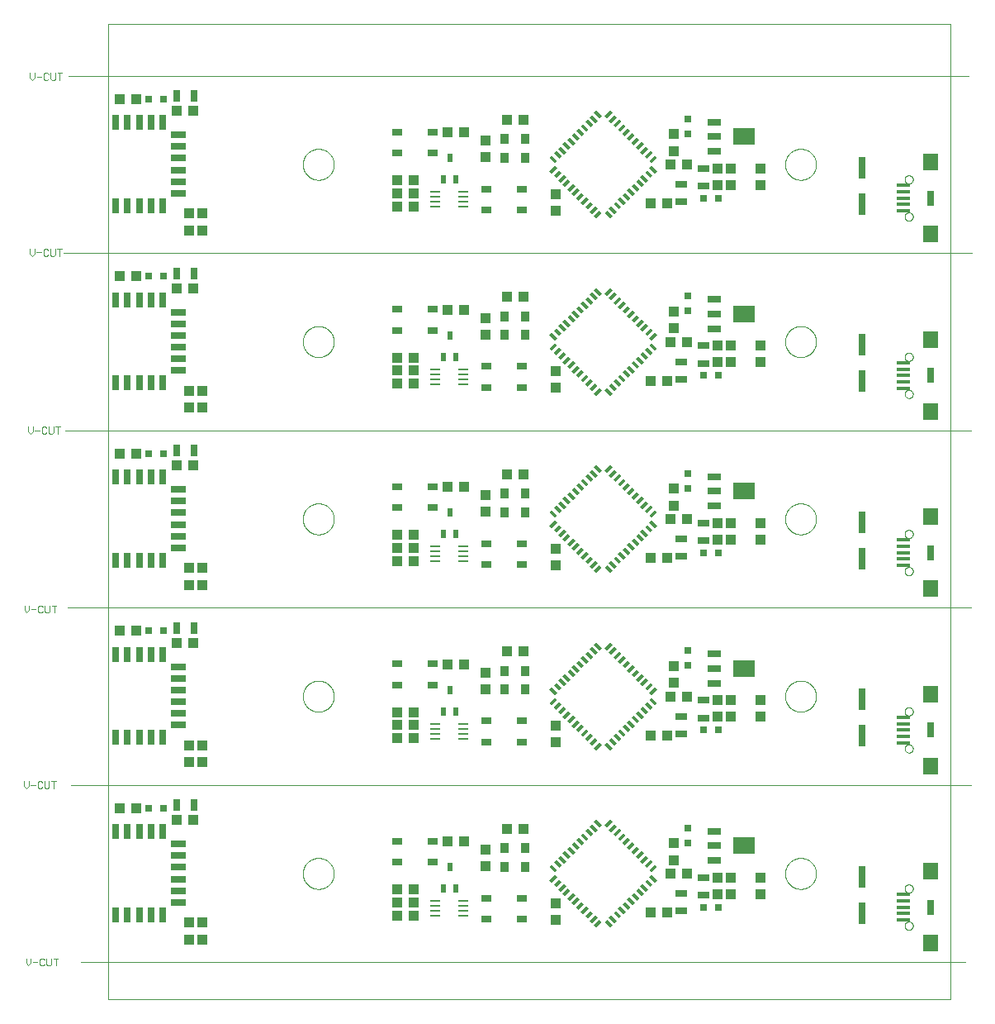
<source format=gtp>
G75*
%MOIN*%
%OFA0B0*%
%FSLAX25Y25*%
%IPPOS*%
%LPD*%
%AMOC8*
5,1,8,0,0,1.08239X$1,22.5*
%
%ADD10C,0.00000*%
%ADD11C,0.00200*%
%ADD12R,0.04331X0.03937*%
%ADD13R,0.03937X0.04331*%
%ADD14R,0.03150X0.03150*%
%ADD15R,0.04724X0.03150*%
%ADD16R,0.05512X0.03150*%
%ADD17R,0.08661X0.07087*%
%ADD18R,0.03150X0.01378*%
%ADD19R,0.04200X0.01000*%
%ADD20R,0.02559X0.08661*%
%ADD21R,0.02756X0.05906*%
%ADD22R,0.05906X0.02756*%
%ADD23R,0.05709X0.01575*%
%ADD24R,0.05906X0.07087*%
%ADD25R,0.03937X0.03150*%
%ADD26R,0.01969X0.03740*%
%ADD27R,0.03150X0.04724*%
%ADD28R,0.03543X0.03937*%
D10*
X0025950Y0016000D02*
X0036950Y0016000D01*
X0036950Y0001000D01*
X0376950Y0001000D01*
X0376950Y0016000D01*
X0382950Y0016000D01*
X0376950Y0016000D02*
X0036950Y0016000D01*
X0036950Y0087500D01*
X0022148Y0087500D01*
X0036950Y0087500D02*
X0036950Y0159000D01*
X0020648Y0159000D01*
X0036950Y0159000D02*
X0036950Y0230500D01*
X0019648Y0230500D01*
X0036950Y0230500D02*
X0036950Y0302000D01*
X0019148Y0302000D01*
X0036950Y0302000D02*
X0036950Y0373500D01*
X0020948Y0373500D01*
X0036950Y0373500D02*
X0036950Y0394500D01*
X0376950Y0394500D01*
X0376950Y0373500D01*
X0384409Y0373500D01*
X0376950Y0373500D02*
X0376950Y0302000D01*
X0385609Y0302000D01*
X0376950Y0302000D02*
X0036950Y0302000D01*
X0036950Y0373500D02*
X0376950Y0373500D01*
X0358614Y0331743D02*
X0358616Y0331824D01*
X0358622Y0331906D01*
X0358632Y0331987D01*
X0358646Y0332067D01*
X0358663Y0332146D01*
X0358685Y0332225D01*
X0358710Y0332302D01*
X0358739Y0332379D01*
X0358772Y0332453D01*
X0358809Y0332526D01*
X0358848Y0332597D01*
X0358892Y0332666D01*
X0358938Y0332733D01*
X0358988Y0332797D01*
X0359041Y0332859D01*
X0359097Y0332919D01*
X0359155Y0332975D01*
X0359217Y0333029D01*
X0359281Y0333080D01*
X0359347Y0333127D01*
X0359415Y0333171D01*
X0359486Y0333212D01*
X0359558Y0333249D01*
X0359633Y0333283D01*
X0359708Y0333313D01*
X0359786Y0333339D01*
X0359864Y0333362D01*
X0359943Y0333380D01*
X0360023Y0333395D01*
X0360104Y0333406D01*
X0360185Y0333413D01*
X0360267Y0333416D01*
X0360348Y0333415D01*
X0360429Y0333410D01*
X0360510Y0333401D01*
X0360591Y0333388D01*
X0360671Y0333371D01*
X0360749Y0333351D01*
X0360827Y0333326D01*
X0360904Y0333298D01*
X0360979Y0333266D01*
X0361052Y0333231D01*
X0361123Y0333192D01*
X0361193Y0333149D01*
X0361260Y0333104D01*
X0361326Y0333055D01*
X0361388Y0333003D01*
X0361448Y0332947D01*
X0361505Y0332889D01*
X0361560Y0332829D01*
X0361611Y0332765D01*
X0361659Y0332700D01*
X0361704Y0332632D01*
X0361746Y0332562D01*
X0361784Y0332490D01*
X0361819Y0332416D01*
X0361850Y0332341D01*
X0361877Y0332264D01*
X0361900Y0332186D01*
X0361920Y0332107D01*
X0361936Y0332027D01*
X0361948Y0331946D01*
X0361956Y0331865D01*
X0361960Y0331784D01*
X0361960Y0331702D01*
X0361956Y0331621D01*
X0361948Y0331540D01*
X0361936Y0331459D01*
X0361920Y0331379D01*
X0361900Y0331300D01*
X0361877Y0331222D01*
X0361850Y0331145D01*
X0361819Y0331070D01*
X0361784Y0330996D01*
X0361746Y0330924D01*
X0361704Y0330854D01*
X0361659Y0330786D01*
X0361611Y0330721D01*
X0361560Y0330657D01*
X0361505Y0330597D01*
X0361448Y0330539D01*
X0361388Y0330483D01*
X0361326Y0330431D01*
X0361260Y0330382D01*
X0361193Y0330337D01*
X0361124Y0330294D01*
X0361052Y0330255D01*
X0360979Y0330220D01*
X0360904Y0330188D01*
X0360827Y0330160D01*
X0360749Y0330135D01*
X0360671Y0330115D01*
X0360591Y0330098D01*
X0360510Y0330085D01*
X0360429Y0330076D01*
X0360348Y0330071D01*
X0360267Y0330070D01*
X0360185Y0330073D01*
X0360104Y0330080D01*
X0360023Y0330091D01*
X0359943Y0330106D01*
X0359864Y0330124D01*
X0359786Y0330147D01*
X0359708Y0330173D01*
X0359633Y0330203D01*
X0359558Y0330237D01*
X0359486Y0330274D01*
X0359415Y0330315D01*
X0359347Y0330359D01*
X0359281Y0330406D01*
X0359217Y0330457D01*
X0359155Y0330511D01*
X0359097Y0330567D01*
X0359041Y0330627D01*
X0358988Y0330689D01*
X0358938Y0330753D01*
X0358892Y0330820D01*
X0358848Y0330889D01*
X0358809Y0330960D01*
X0358772Y0331033D01*
X0358739Y0331107D01*
X0358710Y0331184D01*
X0358685Y0331261D01*
X0358663Y0331340D01*
X0358646Y0331419D01*
X0358632Y0331499D01*
X0358622Y0331580D01*
X0358616Y0331662D01*
X0358614Y0331743D01*
X0358614Y0316782D02*
X0358616Y0316863D01*
X0358622Y0316945D01*
X0358632Y0317026D01*
X0358646Y0317106D01*
X0358663Y0317185D01*
X0358685Y0317264D01*
X0358710Y0317341D01*
X0358739Y0317418D01*
X0358772Y0317492D01*
X0358809Y0317565D01*
X0358848Y0317636D01*
X0358892Y0317705D01*
X0358938Y0317772D01*
X0358988Y0317836D01*
X0359041Y0317898D01*
X0359097Y0317958D01*
X0359155Y0318014D01*
X0359217Y0318068D01*
X0359281Y0318119D01*
X0359347Y0318166D01*
X0359415Y0318210D01*
X0359486Y0318251D01*
X0359558Y0318288D01*
X0359633Y0318322D01*
X0359708Y0318352D01*
X0359786Y0318378D01*
X0359864Y0318401D01*
X0359943Y0318419D01*
X0360023Y0318434D01*
X0360104Y0318445D01*
X0360185Y0318452D01*
X0360267Y0318455D01*
X0360348Y0318454D01*
X0360429Y0318449D01*
X0360510Y0318440D01*
X0360591Y0318427D01*
X0360671Y0318410D01*
X0360749Y0318390D01*
X0360827Y0318365D01*
X0360904Y0318337D01*
X0360979Y0318305D01*
X0361052Y0318270D01*
X0361123Y0318231D01*
X0361193Y0318188D01*
X0361260Y0318143D01*
X0361326Y0318094D01*
X0361388Y0318042D01*
X0361448Y0317986D01*
X0361505Y0317928D01*
X0361560Y0317868D01*
X0361611Y0317804D01*
X0361659Y0317739D01*
X0361704Y0317671D01*
X0361746Y0317601D01*
X0361784Y0317529D01*
X0361819Y0317455D01*
X0361850Y0317380D01*
X0361877Y0317303D01*
X0361900Y0317225D01*
X0361920Y0317146D01*
X0361936Y0317066D01*
X0361948Y0316985D01*
X0361956Y0316904D01*
X0361960Y0316823D01*
X0361960Y0316741D01*
X0361956Y0316660D01*
X0361948Y0316579D01*
X0361936Y0316498D01*
X0361920Y0316418D01*
X0361900Y0316339D01*
X0361877Y0316261D01*
X0361850Y0316184D01*
X0361819Y0316109D01*
X0361784Y0316035D01*
X0361746Y0315963D01*
X0361704Y0315893D01*
X0361659Y0315825D01*
X0361611Y0315760D01*
X0361560Y0315696D01*
X0361505Y0315636D01*
X0361448Y0315578D01*
X0361388Y0315522D01*
X0361326Y0315470D01*
X0361260Y0315421D01*
X0361193Y0315376D01*
X0361124Y0315333D01*
X0361052Y0315294D01*
X0360979Y0315259D01*
X0360904Y0315227D01*
X0360827Y0315199D01*
X0360749Y0315174D01*
X0360671Y0315154D01*
X0360591Y0315137D01*
X0360510Y0315124D01*
X0360429Y0315115D01*
X0360348Y0315110D01*
X0360267Y0315109D01*
X0360185Y0315112D01*
X0360104Y0315119D01*
X0360023Y0315130D01*
X0359943Y0315145D01*
X0359864Y0315163D01*
X0359786Y0315186D01*
X0359708Y0315212D01*
X0359633Y0315242D01*
X0359558Y0315276D01*
X0359486Y0315313D01*
X0359415Y0315354D01*
X0359347Y0315398D01*
X0359281Y0315445D01*
X0359217Y0315496D01*
X0359155Y0315550D01*
X0359097Y0315606D01*
X0359041Y0315666D01*
X0358988Y0315728D01*
X0358938Y0315792D01*
X0358892Y0315859D01*
X0358848Y0315928D01*
X0358809Y0315999D01*
X0358772Y0316072D01*
X0358739Y0316146D01*
X0358710Y0316223D01*
X0358685Y0316300D01*
X0358663Y0316379D01*
X0358646Y0316458D01*
X0358632Y0316538D01*
X0358622Y0316619D01*
X0358616Y0316701D01*
X0358614Y0316782D01*
X0376950Y0302000D02*
X0376950Y0230500D01*
X0385509Y0230500D01*
X0376950Y0230500D02*
X0036950Y0230500D01*
X0036950Y0159000D02*
X0376950Y0159000D01*
X0385509Y0159000D01*
X0376950Y0159000D02*
X0376950Y0230500D01*
X0358614Y0245282D02*
X0358616Y0245363D01*
X0358622Y0245445D01*
X0358632Y0245526D01*
X0358646Y0245606D01*
X0358663Y0245685D01*
X0358685Y0245764D01*
X0358710Y0245841D01*
X0358739Y0245918D01*
X0358772Y0245992D01*
X0358809Y0246065D01*
X0358848Y0246136D01*
X0358892Y0246205D01*
X0358938Y0246272D01*
X0358988Y0246336D01*
X0359041Y0246398D01*
X0359097Y0246458D01*
X0359155Y0246514D01*
X0359217Y0246568D01*
X0359281Y0246619D01*
X0359347Y0246666D01*
X0359415Y0246710D01*
X0359486Y0246751D01*
X0359558Y0246788D01*
X0359633Y0246822D01*
X0359708Y0246852D01*
X0359786Y0246878D01*
X0359864Y0246901D01*
X0359943Y0246919D01*
X0360023Y0246934D01*
X0360104Y0246945D01*
X0360185Y0246952D01*
X0360267Y0246955D01*
X0360348Y0246954D01*
X0360429Y0246949D01*
X0360510Y0246940D01*
X0360591Y0246927D01*
X0360671Y0246910D01*
X0360749Y0246890D01*
X0360827Y0246865D01*
X0360904Y0246837D01*
X0360979Y0246805D01*
X0361052Y0246770D01*
X0361123Y0246731D01*
X0361193Y0246688D01*
X0361260Y0246643D01*
X0361326Y0246594D01*
X0361388Y0246542D01*
X0361448Y0246486D01*
X0361505Y0246428D01*
X0361560Y0246368D01*
X0361611Y0246304D01*
X0361659Y0246239D01*
X0361704Y0246171D01*
X0361746Y0246101D01*
X0361784Y0246029D01*
X0361819Y0245955D01*
X0361850Y0245880D01*
X0361877Y0245803D01*
X0361900Y0245725D01*
X0361920Y0245646D01*
X0361936Y0245566D01*
X0361948Y0245485D01*
X0361956Y0245404D01*
X0361960Y0245323D01*
X0361960Y0245241D01*
X0361956Y0245160D01*
X0361948Y0245079D01*
X0361936Y0244998D01*
X0361920Y0244918D01*
X0361900Y0244839D01*
X0361877Y0244761D01*
X0361850Y0244684D01*
X0361819Y0244609D01*
X0361784Y0244535D01*
X0361746Y0244463D01*
X0361704Y0244393D01*
X0361659Y0244325D01*
X0361611Y0244260D01*
X0361560Y0244196D01*
X0361505Y0244136D01*
X0361448Y0244078D01*
X0361388Y0244022D01*
X0361326Y0243970D01*
X0361260Y0243921D01*
X0361193Y0243876D01*
X0361124Y0243833D01*
X0361052Y0243794D01*
X0360979Y0243759D01*
X0360904Y0243727D01*
X0360827Y0243699D01*
X0360749Y0243674D01*
X0360671Y0243654D01*
X0360591Y0243637D01*
X0360510Y0243624D01*
X0360429Y0243615D01*
X0360348Y0243610D01*
X0360267Y0243609D01*
X0360185Y0243612D01*
X0360104Y0243619D01*
X0360023Y0243630D01*
X0359943Y0243645D01*
X0359864Y0243663D01*
X0359786Y0243686D01*
X0359708Y0243712D01*
X0359633Y0243742D01*
X0359558Y0243776D01*
X0359486Y0243813D01*
X0359415Y0243854D01*
X0359347Y0243898D01*
X0359281Y0243945D01*
X0359217Y0243996D01*
X0359155Y0244050D01*
X0359097Y0244106D01*
X0359041Y0244166D01*
X0358988Y0244228D01*
X0358938Y0244292D01*
X0358892Y0244359D01*
X0358848Y0244428D01*
X0358809Y0244499D01*
X0358772Y0244572D01*
X0358739Y0244646D01*
X0358710Y0244723D01*
X0358685Y0244800D01*
X0358663Y0244879D01*
X0358646Y0244958D01*
X0358632Y0245038D01*
X0358622Y0245119D01*
X0358616Y0245201D01*
X0358614Y0245282D01*
X0358614Y0260243D02*
X0358616Y0260324D01*
X0358622Y0260406D01*
X0358632Y0260487D01*
X0358646Y0260567D01*
X0358663Y0260646D01*
X0358685Y0260725D01*
X0358710Y0260802D01*
X0358739Y0260879D01*
X0358772Y0260953D01*
X0358809Y0261026D01*
X0358848Y0261097D01*
X0358892Y0261166D01*
X0358938Y0261233D01*
X0358988Y0261297D01*
X0359041Y0261359D01*
X0359097Y0261419D01*
X0359155Y0261475D01*
X0359217Y0261529D01*
X0359281Y0261580D01*
X0359347Y0261627D01*
X0359415Y0261671D01*
X0359486Y0261712D01*
X0359558Y0261749D01*
X0359633Y0261783D01*
X0359708Y0261813D01*
X0359786Y0261839D01*
X0359864Y0261862D01*
X0359943Y0261880D01*
X0360023Y0261895D01*
X0360104Y0261906D01*
X0360185Y0261913D01*
X0360267Y0261916D01*
X0360348Y0261915D01*
X0360429Y0261910D01*
X0360510Y0261901D01*
X0360591Y0261888D01*
X0360671Y0261871D01*
X0360749Y0261851D01*
X0360827Y0261826D01*
X0360904Y0261798D01*
X0360979Y0261766D01*
X0361052Y0261731D01*
X0361123Y0261692D01*
X0361193Y0261649D01*
X0361260Y0261604D01*
X0361326Y0261555D01*
X0361388Y0261503D01*
X0361448Y0261447D01*
X0361505Y0261389D01*
X0361560Y0261329D01*
X0361611Y0261265D01*
X0361659Y0261200D01*
X0361704Y0261132D01*
X0361746Y0261062D01*
X0361784Y0260990D01*
X0361819Y0260916D01*
X0361850Y0260841D01*
X0361877Y0260764D01*
X0361900Y0260686D01*
X0361920Y0260607D01*
X0361936Y0260527D01*
X0361948Y0260446D01*
X0361956Y0260365D01*
X0361960Y0260284D01*
X0361960Y0260202D01*
X0361956Y0260121D01*
X0361948Y0260040D01*
X0361936Y0259959D01*
X0361920Y0259879D01*
X0361900Y0259800D01*
X0361877Y0259722D01*
X0361850Y0259645D01*
X0361819Y0259570D01*
X0361784Y0259496D01*
X0361746Y0259424D01*
X0361704Y0259354D01*
X0361659Y0259286D01*
X0361611Y0259221D01*
X0361560Y0259157D01*
X0361505Y0259097D01*
X0361448Y0259039D01*
X0361388Y0258983D01*
X0361326Y0258931D01*
X0361260Y0258882D01*
X0361193Y0258837D01*
X0361124Y0258794D01*
X0361052Y0258755D01*
X0360979Y0258720D01*
X0360904Y0258688D01*
X0360827Y0258660D01*
X0360749Y0258635D01*
X0360671Y0258615D01*
X0360591Y0258598D01*
X0360510Y0258585D01*
X0360429Y0258576D01*
X0360348Y0258571D01*
X0360267Y0258570D01*
X0360185Y0258573D01*
X0360104Y0258580D01*
X0360023Y0258591D01*
X0359943Y0258606D01*
X0359864Y0258624D01*
X0359786Y0258647D01*
X0359708Y0258673D01*
X0359633Y0258703D01*
X0359558Y0258737D01*
X0359486Y0258774D01*
X0359415Y0258815D01*
X0359347Y0258859D01*
X0359281Y0258906D01*
X0359217Y0258957D01*
X0359155Y0259011D01*
X0359097Y0259067D01*
X0359041Y0259127D01*
X0358988Y0259189D01*
X0358938Y0259253D01*
X0358892Y0259320D01*
X0358848Y0259389D01*
X0358809Y0259460D01*
X0358772Y0259533D01*
X0358739Y0259607D01*
X0358710Y0259684D01*
X0358685Y0259761D01*
X0358663Y0259840D01*
X0358646Y0259919D01*
X0358632Y0259999D01*
X0358622Y0260080D01*
X0358616Y0260162D01*
X0358614Y0260243D01*
X0310399Y0266362D02*
X0310401Y0266520D01*
X0310407Y0266677D01*
X0310417Y0266835D01*
X0310431Y0266992D01*
X0310449Y0267148D01*
X0310470Y0267305D01*
X0310496Y0267460D01*
X0310526Y0267615D01*
X0310559Y0267769D01*
X0310597Y0267922D01*
X0310638Y0268075D01*
X0310683Y0268226D01*
X0310732Y0268376D01*
X0310785Y0268524D01*
X0310841Y0268672D01*
X0310902Y0268817D01*
X0310965Y0268962D01*
X0311033Y0269104D01*
X0311104Y0269245D01*
X0311178Y0269384D01*
X0311256Y0269521D01*
X0311338Y0269656D01*
X0311422Y0269789D01*
X0311511Y0269920D01*
X0311602Y0270048D01*
X0311697Y0270175D01*
X0311794Y0270298D01*
X0311895Y0270420D01*
X0311999Y0270538D01*
X0312106Y0270654D01*
X0312216Y0270767D01*
X0312328Y0270878D01*
X0312444Y0270985D01*
X0312562Y0271090D01*
X0312682Y0271192D01*
X0312805Y0271290D01*
X0312931Y0271386D01*
X0313059Y0271478D01*
X0313189Y0271567D01*
X0313321Y0271653D01*
X0313456Y0271735D01*
X0313593Y0271814D01*
X0313731Y0271889D01*
X0313871Y0271961D01*
X0314014Y0272029D01*
X0314157Y0272094D01*
X0314303Y0272155D01*
X0314450Y0272212D01*
X0314598Y0272266D01*
X0314748Y0272316D01*
X0314898Y0272362D01*
X0315050Y0272404D01*
X0315203Y0272443D01*
X0315357Y0272477D01*
X0315512Y0272508D01*
X0315667Y0272534D01*
X0315823Y0272557D01*
X0315980Y0272576D01*
X0316137Y0272591D01*
X0316294Y0272602D01*
X0316452Y0272609D01*
X0316610Y0272612D01*
X0316767Y0272611D01*
X0316925Y0272606D01*
X0317082Y0272597D01*
X0317240Y0272584D01*
X0317396Y0272567D01*
X0317553Y0272546D01*
X0317708Y0272522D01*
X0317863Y0272493D01*
X0318018Y0272460D01*
X0318171Y0272424D01*
X0318324Y0272383D01*
X0318475Y0272339D01*
X0318625Y0272291D01*
X0318774Y0272240D01*
X0318922Y0272184D01*
X0319068Y0272125D01*
X0319213Y0272062D01*
X0319356Y0271995D01*
X0319497Y0271925D01*
X0319636Y0271852D01*
X0319774Y0271775D01*
X0319910Y0271694D01*
X0320043Y0271610D01*
X0320174Y0271523D01*
X0320303Y0271432D01*
X0320430Y0271338D01*
X0320555Y0271241D01*
X0320676Y0271141D01*
X0320796Y0271038D01*
X0320912Y0270932D01*
X0321026Y0270823D01*
X0321138Y0270711D01*
X0321246Y0270597D01*
X0321351Y0270479D01*
X0321454Y0270359D01*
X0321553Y0270237D01*
X0321649Y0270112D01*
X0321742Y0269984D01*
X0321832Y0269855D01*
X0321918Y0269723D01*
X0322002Y0269589D01*
X0322081Y0269453D01*
X0322158Y0269315D01*
X0322230Y0269175D01*
X0322299Y0269033D01*
X0322365Y0268890D01*
X0322427Y0268745D01*
X0322485Y0268598D01*
X0322540Y0268450D01*
X0322591Y0268301D01*
X0322638Y0268150D01*
X0322681Y0267999D01*
X0322720Y0267846D01*
X0322756Y0267692D01*
X0322787Y0267538D01*
X0322815Y0267383D01*
X0322839Y0267227D01*
X0322859Y0267070D01*
X0322875Y0266913D01*
X0322887Y0266756D01*
X0322895Y0266599D01*
X0322899Y0266441D01*
X0322899Y0266283D01*
X0322895Y0266125D01*
X0322887Y0265968D01*
X0322875Y0265811D01*
X0322859Y0265654D01*
X0322839Y0265497D01*
X0322815Y0265341D01*
X0322787Y0265186D01*
X0322756Y0265032D01*
X0322720Y0264878D01*
X0322681Y0264725D01*
X0322638Y0264574D01*
X0322591Y0264423D01*
X0322540Y0264274D01*
X0322485Y0264126D01*
X0322427Y0263979D01*
X0322365Y0263834D01*
X0322299Y0263691D01*
X0322230Y0263549D01*
X0322158Y0263409D01*
X0322081Y0263271D01*
X0322002Y0263135D01*
X0321918Y0263001D01*
X0321832Y0262869D01*
X0321742Y0262740D01*
X0321649Y0262612D01*
X0321553Y0262487D01*
X0321454Y0262365D01*
X0321351Y0262245D01*
X0321246Y0262127D01*
X0321138Y0262013D01*
X0321026Y0261901D01*
X0320912Y0261792D01*
X0320796Y0261686D01*
X0320676Y0261583D01*
X0320555Y0261483D01*
X0320430Y0261386D01*
X0320303Y0261292D01*
X0320174Y0261201D01*
X0320043Y0261114D01*
X0319910Y0261030D01*
X0319774Y0260949D01*
X0319636Y0260872D01*
X0319497Y0260799D01*
X0319356Y0260729D01*
X0319213Y0260662D01*
X0319068Y0260599D01*
X0318922Y0260540D01*
X0318774Y0260484D01*
X0318625Y0260433D01*
X0318475Y0260385D01*
X0318324Y0260341D01*
X0318171Y0260300D01*
X0318018Y0260264D01*
X0317863Y0260231D01*
X0317708Y0260202D01*
X0317553Y0260178D01*
X0317396Y0260157D01*
X0317240Y0260140D01*
X0317082Y0260127D01*
X0316925Y0260118D01*
X0316767Y0260113D01*
X0316610Y0260112D01*
X0316452Y0260115D01*
X0316294Y0260122D01*
X0316137Y0260133D01*
X0315980Y0260148D01*
X0315823Y0260167D01*
X0315667Y0260190D01*
X0315512Y0260216D01*
X0315357Y0260247D01*
X0315203Y0260281D01*
X0315050Y0260320D01*
X0314898Y0260362D01*
X0314748Y0260408D01*
X0314598Y0260458D01*
X0314450Y0260512D01*
X0314303Y0260569D01*
X0314157Y0260630D01*
X0314014Y0260695D01*
X0313871Y0260763D01*
X0313731Y0260835D01*
X0313593Y0260910D01*
X0313456Y0260989D01*
X0313321Y0261071D01*
X0313189Y0261157D01*
X0313059Y0261246D01*
X0312931Y0261338D01*
X0312805Y0261434D01*
X0312682Y0261532D01*
X0312562Y0261634D01*
X0312444Y0261739D01*
X0312328Y0261846D01*
X0312216Y0261957D01*
X0312106Y0262070D01*
X0311999Y0262186D01*
X0311895Y0262304D01*
X0311794Y0262426D01*
X0311697Y0262549D01*
X0311602Y0262676D01*
X0311511Y0262804D01*
X0311422Y0262935D01*
X0311338Y0263068D01*
X0311256Y0263203D01*
X0311178Y0263340D01*
X0311104Y0263479D01*
X0311033Y0263620D01*
X0310965Y0263762D01*
X0310902Y0263907D01*
X0310841Y0264052D01*
X0310785Y0264200D01*
X0310732Y0264348D01*
X0310683Y0264498D01*
X0310638Y0264649D01*
X0310597Y0264802D01*
X0310559Y0264955D01*
X0310526Y0265109D01*
X0310496Y0265264D01*
X0310470Y0265419D01*
X0310449Y0265576D01*
X0310431Y0265732D01*
X0310417Y0265889D01*
X0310407Y0266047D01*
X0310401Y0266204D01*
X0310399Y0266362D01*
X0310399Y0194862D02*
X0310401Y0195020D01*
X0310407Y0195177D01*
X0310417Y0195335D01*
X0310431Y0195492D01*
X0310449Y0195648D01*
X0310470Y0195805D01*
X0310496Y0195960D01*
X0310526Y0196115D01*
X0310559Y0196269D01*
X0310597Y0196422D01*
X0310638Y0196575D01*
X0310683Y0196726D01*
X0310732Y0196876D01*
X0310785Y0197024D01*
X0310841Y0197172D01*
X0310902Y0197317D01*
X0310965Y0197462D01*
X0311033Y0197604D01*
X0311104Y0197745D01*
X0311178Y0197884D01*
X0311256Y0198021D01*
X0311338Y0198156D01*
X0311422Y0198289D01*
X0311511Y0198420D01*
X0311602Y0198548D01*
X0311697Y0198675D01*
X0311794Y0198798D01*
X0311895Y0198920D01*
X0311999Y0199038D01*
X0312106Y0199154D01*
X0312216Y0199267D01*
X0312328Y0199378D01*
X0312444Y0199485D01*
X0312562Y0199590D01*
X0312682Y0199692D01*
X0312805Y0199790D01*
X0312931Y0199886D01*
X0313059Y0199978D01*
X0313189Y0200067D01*
X0313321Y0200153D01*
X0313456Y0200235D01*
X0313593Y0200314D01*
X0313731Y0200389D01*
X0313871Y0200461D01*
X0314014Y0200529D01*
X0314157Y0200594D01*
X0314303Y0200655D01*
X0314450Y0200712D01*
X0314598Y0200766D01*
X0314748Y0200816D01*
X0314898Y0200862D01*
X0315050Y0200904D01*
X0315203Y0200943D01*
X0315357Y0200977D01*
X0315512Y0201008D01*
X0315667Y0201034D01*
X0315823Y0201057D01*
X0315980Y0201076D01*
X0316137Y0201091D01*
X0316294Y0201102D01*
X0316452Y0201109D01*
X0316610Y0201112D01*
X0316767Y0201111D01*
X0316925Y0201106D01*
X0317082Y0201097D01*
X0317240Y0201084D01*
X0317396Y0201067D01*
X0317553Y0201046D01*
X0317708Y0201022D01*
X0317863Y0200993D01*
X0318018Y0200960D01*
X0318171Y0200924D01*
X0318324Y0200883D01*
X0318475Y0200839D01*
X0318625Y0200791D01*
X0318774Y0200740D01*
X0318922Y0200684D01*
X0319068Y0200625D01*
X0319213Y0200562D01*
X0319356Y0200495D01*
X0319497Y0200425D01*
X0319636Y0200352D01*
X0319774Y0200275D01*
X0319910Y0200194D01*
X0320043Y0200110D01*
X0320174Y0200023D01*
X0320303Y0199932D01*
X0320430Y0199838D01*
X0320555Y0199741D01*
X0320676Y0199641D01*
X0320796Y0199538D01*
X0320912Y0199432D01*
X0321026Y0199323D01*
X0321138Y0199211D01*
X0321246Y0199097D01*
X0321351Y0198979D01*
X0321454Y0198859D01*
X0321553Y0198737D01*
X0321649Y0198612D01*
X0321742Y0198484D01*
X0321832Y0198355D01*
X0321918Y0198223D01*
X0322002Y0198089D01*
X0322081Y0197953D01*
X0322158Y0197815D01*
X0322230Y0197675D01*
X0322299Y0197533D01*
X0322365Y0197390D01*
X0322427Y0197245D01*
X0322485Y0197098D01*
X0322540Y0196950D01*
X0322591Y0196801D01*
X0322638Y0196650D01*
X0322681Y0196499D01*
X0322720Y0196346D01*
X0322756Y0196192D01*
X0322787Y0196038D01*
X0322815Y0195883D01*
X0322839Y0195727D01*
X0322859Y0195570D01*
X0322875Y0195413D01*
X0322887Y0195256D01*
X0322895Y0195099D01*
X0322899Y0194941D01*
X0322899Y0194783D01*
X0322895Y0194625D01*
X0322887Y0194468D01*
X0322875Y0194311D01*
X0322859Y0194154D01*
X0322839Y0193997D01*
X0322815Y0193841D01*
X0322787Y0193686D01*
X0322756Y0193532D01*
X0322720Y0193378D01*
X0322681Y0193225D01*
X0322638Y0193074D01*
X0322591Y0192923D01*
X0322540Y0192774D01*
X0322485Y0192626D01*
X0322427Y0192479D01*
X0322365Y0192334D01*
X0322299Y0192191D01*
X0322230Y0192049D01*
X0322158Y0191909D01*
X0322081Y0191771D01*
X0322002Y0191635D01*
X0321918Y0191501D01*
X0321832Y0191369D01*
X0321742Y0191240D01*
X0321649Y0191112D01*
X0321553Y0190987D01*
X0321454Y0190865D01*
X0321351Y0190745D01*
X0321246Y0190627D01*
X0321138Y0190513D01*
X0321026Y0190401D01*
X0320912Y0190292D01*
X0320796Y0190186D01*
X0320676Y0190083D01*
X0320555Y0189983D01*
X0320430Y0189886D01*
X0320303Y0189792D01*
X0320174Y0189701D01*
X0320043Y0189614D01*
X0319910Y0189530D01*
X0319774Y0189449D01*
X0319636Y0189372D01*
X0319497Y0189299D01*
X0319356Y0189229D01*
X0319213Y0189162D01*
X0319068Y0189099D01*
X0318922Y0189040D01*
X0318774Y0188984D01*
X0318625Y0188933D01*
X0318475Y0188885D01*
X0318324Y0188841D01*
X0318171Y0188800D01*
X0318018Y0188764D01*
X0317863Y0188731D01*
X0317708Y0188702D01*
X0317553Y0188678D01*
X0317396Y0188657D01*
X0317240Y0188640D01*
X0317082Y0188627D01*
X0316925Y0188618D01*
X0316767Y0188613D01*
X0316610Y0188612D01*
X0316452Y0188615D01*
X0316294Y0188622D01*
X0316137Y0188633D01*
X0315980Y0188648D01*
X0315823Y0188667D01*
X0315667Y0188690D01*
X0315512Y0188716D01*
X0315357Y0188747D01*
X0315203Y0188781D01*
X0315050Y0188820D01*
X0314898Y0188862D01*
X0314748Y0188908D01*
X0314598Y0188958D01*
X0314450Y0189012D01*
X0314303Y0189069D01*
X0314157Y0189130D01*
X0314014Y0189195D01*
X0313871Y0189263D01*
X0313731Y0189335D01*
X0313593Y0189410D01*
X0313456Y0189489D01*
X0313321Y0189571D01*
X0313189Y0189657D01*
X0313059Y0189746D01*
X0312931Y0189838D01*
X0312805Y0189934D01*
X0312682Y0190032D01*
X0312562Y0190134D01*
X0312444Y0190239D01*
X0312328Y0190346D01*
X0312216Y0190457D01*
X0312106Y0190570D01*
X0311999Y0190686D01*
X0311895Y0190804D01*
X0311794Y0190926D01*
X0311697Y0191049D01*
X0311602Y0191176D01*
X0311511Y0191304D01*
X0311422Y0191435D01*
X0311338Y0191568D01*
X0311256Y0191703D01*
X0311178Y0191840D01*
X0311104Y0191979D01*
X0311033Y0192120D01*
X0310965Y0192262D01*
X0310902Y0192407D01*
X0310841Y0192552D01*
X0310785Y0192700D01*
X0310732Y0192848D01*
X0310683Y0192998D01*
X0310638Y0193149D01*
X0310597Y0193302D01*
X0310559Y0193455D01*
X0310526Y0193609D01*
X0310496Y0193764D01*
X0310470Y0193919D01*
X0310449Y0194076D01*
X0310431Y0194232D01*
X0310417Y0194389D01*
X0310407Y0194547D01*
X0310401Y0194704D01*
X0310399Y0194862D01*
X0358614Y0188743D02*
X0358616Y0188824D01*
X0358622Y0188906D01*
X0358632Y0188987D01*
X0358646Y0189067D01*
X0358663Y0189146D01*
X0358685Y0189225D01*
X0358710Y0189302D01*
X0358739Y0189379D01*
X0358772Y0189453D01*
X0358809Y0189526D01*
X0358848Y0189597D01*
X0358892Y0189666D01*
X0358938Y0189733D01*
X0358988Y0189797D01*
X0359041Y0189859D01*
X0359097Y0189919D01*
X0359155Y0189975D01*
X0359217Y0190029D01*
X0359281Y0190080D01*
X0359347Y0190127D01*
X0359415Y0190171D01*
X0359486Y0190212D01*
X0359558Y0190249D01*
X0359633Y0190283D01*
X0359708Y0190313D01*
X0359786Y0190339D01*
X0359864Y0190362D01*
X0359943Y0190380D01*
X0360023Y0190395D01*
X0360104Y0190406D01*
X0360185Y0190413D01*
X0360267Y0190416D01*
X0360348Y0190415D01*
X0360429Y0190410D01*
X0360510Y0190401D01*
X0360591Y0190388D01*
X0360671Y0190371D01*
X0360749Y0190351D01*
X0360827Y0190326D01*
X0360904Y0190298D01*
X0360979Y0190266D01*
X0361052Y0190231D01*
X0361123Y0190192D01*
X0361193Y0190149D01*
X0361260Y0190104D01*
X0361326Y0190055D01*
X0361388Y0190003D01*
X0361448Y0189947D01*
X0361505Y0189889D01*
X0361560Y0189829D01*
X0361611Y0189765D01*
X0361659Y0189700D01*
X0361704Y0189632D01*
X0361746Y0189562D01*
X0361784Y0189490D01*
X0361819Y0189416D01*
X0361850Y0189341D01*
X0361877Y0189264D01*
X0361900Y0189186D01*
X0361920Y0189107D01*
X0361936Y0189027D01*
X0361948Y0188946D01*
X0361956Y0188865D01*
X0361960Y0188784D01*
X0361960Y0188702D01*
X0361956Y0188621D01*
X0361948Y0188540D01*
X0361936Y0188459D01*
X0361920Y0188379D01*
X0361900Y0188300D01*
X0361877Y0188222D01*
X0361850Y0188145D01*
X0361819Y0188070D01*
X0361784Y0187996D01*
X0361746Y0187924D01*
X0361704Y0187854D01*
X0361659Y0187786D01*
X0361611Y0187721D01*
X0361560Y0187657D01*
X0361505Y0187597D01*
X0361448Y0187539D01*
X0361388Y0187483D01*
X0361326Y0187431D01*
X0361260Y0187382D01*
X0361193Y0187337D01*
X0361124Y0187294D01*
X0361052Y0187255D01*
X0360979Y0187220D01*
X0360904Y0187188D01*
X0360827Y0187160D01*
X0360749Y0187135D01*
X0360671Y0187115D01*
X0360591Y0187098D01*
X0360510Y0187085D01*
X0360429Y0187076D01*
X0360348Y0187071D01*
X0360267Y0187070D01*
X0360185Y0187073D01*
X0360104Y0187080D01*
X0360023Y0187091D01*
X0359943Y0187106D01*
X0359864Y0187124D01*
X0359786Y0187147D01*
X0359708Y0187173D01*
X0359633Y0187203D01*
X0359558Y0187237D01*
X0359486Y0187274D01*
X0359415Y0187315D01*
X0359347Y0187359D01*
X0359281Y0187406D01*
X0359217Y0187457D01*
X0359155Y0187511D01*
X0359097Y0187567D01*
X0359041Y0187627D01*
X0358988Y0187689D01*
X0358938Y0187753D01*
X0358892Y0187820D01*
X0358848Y0187889D01*
X0358809Y0187960D01*
X0358772Y0188033D01*
X0358739Y0188107D01*
X0358710Y0188184D01*
X0358685Y0188261D01*
X0358663Y0188340D01*
X0358646Y0188419D01*
X0358632Y0188499D01*
X0358622Y0188580D01*
X0358616Y0188662D01*
X0358614Y0188743D01*
X0358614Y0173782D02*
X0358616Y0173863D01*
X0358622Y0173945D01*
X0358632Y0174026D01*
X0358646Y0174106D01*
X0358663Y0174185D01*
X0358685Y0174264D01*
X0358710Y0174341D01*
X0358739Y0174418D01*
X0358772Y0174492D01*
X0358809Y0174565D01*
X0358848Y0174636D01*
X0358892Y0174705D01*
X0358938Y0174772D01*
X0358988Y0174836D01*
X0359041Y0174898D01*
X0359097Y0174958D01*
X0359155Y0175014D01*
X0359217Y0175068D01*
X0359281Y0175119D01*
X0359347Y0175166D01*
X0359415Y0175210D01*
X0359486Y0175251D01*
X0359558Y0175288D01*
X0359633Y0175322D01*
X0359708Y0175352D01*
X0359786Y0175378D01*
X0359864Y0175401D01*
X0359943Y0175419D01*
X0360023Y0175434D01*
X0360104Y0175445D01*
X0360185Y0175452D01*
X0360267Y0175455D01*
X0360348Y0175454D01*
X0360429Y0175449D01*
X0360510Y0175440D01*
X0360591Y0175427D01*
X0360671Y0175410D01*
X0360749Y0175390D01*
X0360827Y0175365D01*
X0360904Y0175337D01*
X0360979Y0175305D01*
X0361052Y0175270D01*
X0361123Y0175231D01*
X0361193Y0175188D01*
X0361260Y0175143D01*
X0361326Y0175094D01*
X0361388Y0175042D01*
X0361448Y0174986D01*
X0361505Y0174928D01*
X0361560Y0174868D01*
X0361611Y0174804D01*
X0361659Y0174739D01*
X0361704Y0174671D01*
X0361746Y0174601D01*
X0361784Y0174529D01*
X0361819Y0174455D01*
X0361850Y0174380D01*
X0361877Y0174303D01*
X0361900Y0174225D01*
X0361920Y0174146D01*
X0361936Y0174066D01*
X0361948Y0173985D01*
X0361956Y0173904D01*
X0361960Y0173823D01*
X0361960Y0173741D01*
X0361956Y0173660D01*
X0361948Y0173579D01*
X0361936Y0173498D01*
X0361920Y0173418D01*
X0361900Y0173339D01*
X0361877Y0173261D01*
X0361850Y0173184D01*
X0361819Y0173109D01*
X0361784Y0173035D01*
X0361746Y0172963D01*
X0361704Y0172893D01*
X0361659Y0172825D01*
X0361611Y0172760D01*
X0361560Y0172696D01*
X0361505Y0172636D01*
X0361448Y0172578D01*
X0361388Y0172522D01*
X0361326Y0172470D01*
X0361260Y0172421D01*
X0361193Y0172376D01*
X0361124Y0172333D01*
X0361052Y0172294D01*
X0360979Y0172259D01*
X0360904Y0172227D01*
X0360827Y0172199D01*
X0360749Y0172174D01*
X0360671Y0172154D01*
X0360591Y0172137D01*
X0360510Y0172124D01*
X0360429Y0172115D01*
X0360348Y0172110D01*
X0360267Y0172109D01*
X0360185Y0172112D01*
X0360104Y0172119D01*
X0360023Y0172130D01*
X0359943Y0172145D01*
X0359864Y0172163D01*
X0359786Y0172186D01*
X0359708Y0172212D01*
X0359633Y0172242D01*
X0359558Y0172276D01*
X0359486Y0172313D01*
X0359415Y0172354D01*
X0359347Y0172398D01*
X0359281Y0172445D01*
X0359217Y0172496D01*
X0359155Y0172550D01*
X0359097Y0172606D01*
X0359041Y0172666D01*
X0358988Y0172728D01*
X0358938Y0172792D01*
X0358892Y0172859D01*
X0358848Y0172928D01*
X0358809Y0172999D01*
X0358772Y0173072D01*
X0358739Y0173146D01*
X0358710Y0173223D01*
X0358685Y0173300D01*
X0358663Y0173379D01*
X0358646Y0173458D01*
X0358632Y0173538D01*
X0358622Y0173619D01*
X0358616Y0173701D01*
X0358614Y0173782D01*
X0376950Y0159000D02*
X0376950Y0087500D01*
X0385498Y0087500D01*
X0376950Y0087500D02*
X0036950Y0087500D01*
X0115699Y0051862D02*
X0115701Y0052020D01*
X0115707Y0052177D01*
X0115717Y0052335D01*
X0115731Y0052492D01*
X0115749Y0052648D01*
X0115770Y0052805D01*
X0115796Y0052960D01*
X0115826Y0053115D01*
X0115859Y0053269D01*
X0115897Y0053422D01*
X0115938Y0053575D01*
X0115983Y0053726D01*
X0116032Y0053876D01*
X0116085Y0054024D01*
X0116141Y0054172D01*
X0116202Y0054317D01*
X0116265Y0054462D01*
X0116333Y0054604D01*
X0116404Y0054745D01*
X0116478Y0054884D01*
X0116556Y0055021D01*
X0116638Y0055156D01*
X0116722Y0055289D01*
X0116811Y0055420D01*
X0116902Y0055548D01*
X0116997Y0055675D01*
X0117094Y0055798D01*
X0117195Y0055920D01*
X0117299Y0056038D01*
X0117406Y0056154D01*
X0117516Y0056267D01*
X0117628Y0056378D01*
X0117744Y0056485D01*
X0117862Y0056590D01*
X0117982Y0056692D01*
X0118105Y0056790D01*
X0118231Y0056886D01*
X0118359Y0056978D01*
X0118489Y0057067D01*
X0118621Y0057153D01*
X0118756Y0057235D01*
X0118893Y0057314D01*
X0119031Y0057389D01*
X0119171Y0057461D01*
X0119314Y0057529D01*
X0119457Y0057594D01*
X0119603Y0057655D01*
X0119750Y0057712D01*
X0119898Y0057766D01*
X0120048Y0057816D01*
X0120198Y0057862D01*
X0120350Y0057904D01*
X0120503Y0057943D01*
X0120657Y0057977D01*
X0120812Y0058008D01*
X0120967Y0058034D01*
X0121123Y0058057D01*
X0121280Y0058076D01*
X0121437Y0058091D01*
X0121594Y0058102D01*
X0121752Y0058109D01*
X0121910Y0058112D01*
X0122067Y0058111D01*
X0122225Y0058106D01*
X0122382Y0058097D01*
X0122540Y0058084D01*
X0122696Y0058067D01*
X0122853Y0058046D01*
X0123008Y0058022D01*
X0123163Y0057993D01*
X0123318Y0057960D01*
X0123471Y0057924D01*
X0123624Y0057883D01*
X0123775Y0057839D01*
X0123925Y0057791D01*
X0124074Y0057740D01*
X0124222Y0057684D01*
X0124368Y0057625D01*
X0124513Y0057562D01*
X0124656Y0057495D01*
X0124797Y0057425D01*
X0124936Y0057352D01*
X0125074Y0057275D01*
X0125210Y0057194D01*
X0125343Y0057110D01*
X0125474Y0057023D01*
X0125603Y0056932D01*
X0125730Y0056838D01*
X0125855Y0056741D01*
X0125976Y0056641D01*
X0126096Y0056538D01*
X0126212Y0056432D01*
X0126326Y0056323D01*
X0126438Y0056211D01*
X0126546Y0056097D01*
X0126651Y0055979D01*
X0126754Y0055859D01*
X0126853Y0055737D01*
X0126949Y0055612D01*
X0127042Y0055484D01*
X0127132Y0055355D01*
X0127218Y0055223D01*
X0127302Y0055089D01*
X0127381Y0054953D01*
X0127458Y0054815D01*
X0127530Y0054675D01*
X0127599Y0054533D01*
X0127665Y0054390D01*
X0127727Y0054245D01*
X0127785Y0054098D01*
X0127840Y0053950D01*
X0127891Y0053801D01*
X0127938Y0053650D01*
X0127981Y0053499D01*
X0128020Y0053346D01*
X0128056Y0053192D01*
X0128087Y0053038D01*
X0128115Y0052883D01*
X0128139Y0052727D01*
X0128159Y0052570D01*
X0128175Y0052413D01*
X0128187Y0052256D01*
X0128195Y0052099D01*
X0128199Y0051941D01*
X0128199Y0051783D01*
X0128195Y0051625D01*
X0128187Y0051468D01*
X0128175Y0051311D01*
X0128159Y0051154D01*
X0128139Y0050997D01*
X0128115Y0050841D01*
X0128087Y0050686D01*
X0128056Y0050532D01*
X0128020Y0050378D01*
X0127981Y0050225D01*
X0127938Y0050074D01*
X0127891Y0049923D01*
X0127840Y0049774D01*
X0127785Y0049626D01*
X0127727Y0049479D01*
X0127665Y0049334D01*
X0127599Y0049191D01*
X0127530Y0049049D01*
X0127458Y0048909D01*
X0127381Y0048771D01*
X0127302Y0048635D01*
X0127218Y0048501D01*
X0127132Y0048369D01*
X0127042Y0048240D01*
X0126949Y0048112D01*
X0126853Y0047987D01*
X0126754Y0047865D01*
X0126651Y0047745D01*
X0126546Y0047627D01*
X0126438Y0047513D01*
X0126326Y0047401D01*
X0126212Y0047292D01*
X0126096Y0047186D01*
X0125976Y0047083D01*
X0125855Y0046983D01*
X0125730Y0046886D01*
X0125603Y0046792D01*
X0125474Y0046701D01*
X0125343Y0046614D01*
X0125210Y0046530D01*
X0125074Y0046449D01*
X0124936Y0046372D01*
X0124797Y0046299D01*
X0124656Y0046229D01*
X0124513Y0046162D01*
X0124368Y0046099D01*
X0124222Y0046040D01*
X0124074Y0045984D01*
X0123925Y0045933D01*
X0123775Y0045885D01*
X0123624Y0045841D01*
X0123471Y0045800D01*
X0123318Y0045764D01*
X0123163Y0045731D01*
X0123008Y0045702D01*
X0122853Y0045678D01*
X0122696Y0045657D01*
X0122540Y0045640D01*
X0122382Y0045627D01*
X0122225Y0045618D01*
X0122067Y0045613D01*
X0121910Y0045612D01*
X0121752Y0045615D01*
X0121594Y0045622D01*
X0121437Y0045633D01*
X0121280Y0045648D01*
X0121123Y0045667D01*
X0120967Y0045690D01*
X0120812Y0045716D01*
X0120657Y0045747D01*
X0120503Y0045781D01*
X0120350Y0045820D01*
X0120198Y0045862D01*
X0120048Y0045908D01*
X0119898Y0045958D01*
X0119750Y0046012D01*
X0119603Y0046069D01*
X0119457Y0046130D01*
X0119314Y0046195D01*
X0119171Y0046263D01*
X0119031Y0046335D01*
X0118893Y0046410D01*
X0118756Y0046489D01*
X0118621Y0046571D01*
X0118489Y0046657D01*
X0118359Y0046746D01*
X0118231Y0046838D01*
X0118105Y0046934D01*
X0117982Y0047032D01*
X0117862Y0047134D01*
X0117744Y0047239D01*
X0117628Y0047346D01*
X0117516Y0047457D01*
X0117406Y0047570D01*
X0117299Y0047686D01*
X0117195Y0047804D01*
X0117094Y0047926D01*
X0116997Y0048049D01*
X0116902Y0048176D01*
X0116811Y0048304D01*
X0116722Y0048435D01*
X0116638Y0048568D01*
X0116556Y0048703D01*
X0116478Y0048840D01*
X0116404Y0048979D01*
X0116333Y0049120D01*
X0116265Y0049262D01*
X0116202Y0049407D01*
X0116141Y0049552D01*
X0116085Y0049700D01*
X0116032Y0049848D01*
X0115983Y0049998D01*
X0115938Y0050149D01*
X0115897Y0050302D01*
X0115859Y0050455D01*
X0115826Y0050609D01*
X0115796Y0050764D01*
X0115770Y0050919D01*
X0115749Y0051076D01*
X0115731Y0051232D01*
X0115717Y0051389D01*
X0115707Y0051547D01*
X0115701Y0051704D01*
X0115699Y0051862D01*
X0115699Y0123362D02*
X0115701Y0123520D01*
X0115707Y0123677D01*
X0115717Y0123835D01*
X0115731Y0123992D01*
X0115749Y0124148D01*
X0115770Y0124305D01*
X0115796Y0124460D01*
X0115826Y0124615D01*
X0115859Y0124769D01*
X0115897Y0124922D01*
X0115938Y0125075D01*
X0115983Y0125226D01*
X0116032Y0125376D01*
X0116085Y0125524D01*
X0116141Y0125672D01*
X0116202Y0125817D01*
X0116265Y0125962D01*
X0116333Y0126104D01*
X0116404Y0126245D01*
X0116478Y0126384D01*
X0116556Y0126521D01*
X0116638Y0126656D01*
X0116722Y0126789D01*
X0116811Y0126920D01*
X0116902Y0127048D01*
X0116997Y0127175D01*
X0117094Y0127298D01*
X0117195Y0127420D01*
X0117299Y0127538D01*
X0117406Y0127654D01*
X0117516Y0127767D01*
X0117628Y0127878D01*
X0117744Y0127985D01*
X0117862Y0128090D01*
X0117982Y0128192D01*
X0118105Y0128290D01*
X0118231Y0128386D01*
X0118359Y0128478D01*
X0118489Y0128567D01*
X0118621Y0128653D01*
X0118756Y0128735D01*
X0118893Y0128814D01*
X0119031Y0128889D01*
X0119171Y0128961D01*
X0119314Y0129029D01*
X0119457Y0129094D01*
X0119603Y0129155D01*
X0119750Y0129212D01*
X0119898Y0129266D01*
X0120048Y0129316D01*
X0120198Y0129362D01*
X0120350Y0129404D01*
X0120503Y0129443D01*
X0120657Y0129477D01*
X0120812Y0129508D01*
X0120967Y0129534D01*
X0121123Y0129557D01*
X0121280Y0129576D01*
X0121437Y0129591D01*
X0121594Y0129602D01*
X0121752Y0129609D01*
X0121910Y0129612D01*
X0122067Y0129611D01*
X0122225Y0129606D01*
X0122382Y0129597D01*
X0122540Y0129584D01*
X0122696Y0129567D01*
X0122853Y0129546D01*
X0123008Y0129522D01*
X0123163Y0129493D01*
X0123318Y0129460D01*
X0123471Y0129424D01*
X0123624Y0129383D01*
X0123775Y0129339D01*
X0123925Y0129291D01*
X0124074Y0129240D01*
X0124222Y0129184D01*
X0124368Y0129125D01*
X0124513Y0129062D01*
X0124656Y0128995D01*
X0124797Y0128925D01*
X0124936Y0128852D01*
X0125074Y0128775D01*
X0125210Y0128694D01*
X0125343Y0128610D01*
X0125474Y0128523D01*
X0125603Y0128432D01*
X0125730Y0128338D01*
X0125855Y0128241D01*
X0125976Y0128141D01*
X0126096Y0128038D01*
X0126212Y0127932D01*
X0126326Y0127823D01*
X0126438Y0127711D01*
X0126546Y0127597D01*
X0126651Y0127479D01*
X0126754Y0127359D01*
X0126853Y0127237D01*
X0126949Y0127112D01*
X0127042Y0126984D01*
X0127132Y0126855D01*
X0127218Y0126723D01*
X0127302Y0126589D01*
X0127381Y0126453D01*
X0127458Y0126315D01*
X0127530Y0126175D01*
X0127599Y0126033D01*
X0127665Y0125890D01*
X0127727Y0125745D01*
X0127785Y0125598D01*
X0127840Y0125450D01*
X0127891Y0125301D01*
X0127938Y0125150D01*
X0127981Y0124999D01*
X0128020Y0124846D01*
X0128056Y0124692D01*
X0128087Y0124538D01*
X0128115Y0124383D01*
X0128139Y0124227D01*
X0128159Y0124070D01*
X0128175Y0123913D01*
X0128187Y0123756D01*
X0128195Y0123599D01*
X0128199Y0123441D01*
X0128199Y0123283D01*
X0128195Y0123125D01*
X0128187Y0122968D01*
X0128175Y0122811D01*
X0128159Y0122654D01*
X0128139Y0122497D01*
X0128115Y0122341D01*
X0128087Y0122186D01*
X0128056Y0122032D01*
X0128020Y0121878D01*
X0127981Y0121725D01*
X0127938Y0121574D01*
X0127891Y0121423D01*
X0127840Y0121274D01*
X0127785Y0121126D01*
X0127727Y0120979D01*
X0127665Y0120834D01*
X0127599Y0120691D01*
X0127530Y0120549D01*
X0127458Y0120409D01*
X0127381Y0120271D01*
X0127302Y0120135D01*
X0127218Y0120001D01*
X0127132Y0119869D01*
X0127042Y0119740D01*
X0126949Y0119612D01*
X0126853Y0119487D01*
X0126754Y0119365D01*
X0126651Y0119245D01*
X0126546Y0119127D01*
X0126438Y0119013D01*
X0126326Y0118901D01*
X0126212Y0118792D01*
X0126096Y0118686D01*
X0125976Y0118583D01*
X0125855Y0118483D01*
X0125730Y0118386D01*
X0125603Y0118292D01*
X0125474Y0118201D01*
X0125343Y0118114D01*
X0125210Y0118030D01*
X0125074Y0117949D01*
X0124936Y0117872D01*
X0124797Y0117799D01*
X0124656Y0117729D01*
X0124513Y0117662D01*
X0124368Y0117599D01*
X0124222Y0117540D01*
X0124074Y0117484D01*
X0123925Y0117433D01*
X0123775Y0117385D01*
X0123624Y0117341D01*
X0123471Y0117300D01*
X0123318Y0117264D01*
X0123163Y0117231D01*
X0123008Y0117202D01*
X0122853Y0117178D01*
X0122696Y0117157D01*
X0122540Y0117140D01*
X0122382Y0117127D01*
X0122225Y0117118D01*
X0122067Y0117113D01*
X0121910Y0117112D01*
X0121752Y0117115D01*
X0121594Y0117122D01*
X0121437Y0117133D01*
X0121280Y0117148D01*
X0121123Y0117167D01*
X0120967Y0117190D01*
X0120812Y0117216D01*
X0120657Y0117247D01*
X0120503Y0117281D01*
X0120350Y0117320D01*
X0120198Y0117362D01*
X0120048Y0117408D01*
X0119898Y0117458D01*
X0119750Y0117512D01*
X0119603Y0117569D01*
X0119457Y0117630D01*
X0119314Y0117695D01*
X0119171Y0117763D01*
X0119031Y0117835D01*
X0118893Y0117910D01*
X0118756Y0117989D01*
X0118621Y0118071D01*
X0118489Y0118157D01*
X0118359Y0118246D01*
X0118231Y0118338D01*
X0118105Y0118434D01*
X0117982Y0118532D01*
X0117862Y0118634D01*
X0117744Y0118739D01*
X0117628Y0118846D01*
X0117516Y0118957D01*
X0117406Y0119070D01*
X0117299Y0119186D01*
X0117195Y0119304D01*
X0117094Y0119426D01*
X0116997Y0119549D01*
X0116902Y0119676D01*
X0116811Y0119804D01*
X0116722Y0119935D01*
X0116638Y0120068D01*
X0116556Y0120203D01*
X0116478Y0120340D01*
X0116404Y0120479D01*
X0116333Y0120620D01*
X0116265Y0120762D01*
X0116202Y0120907D01*
X0116141Y0121052D01*
X0116085Y0121200D01*
X0116032Y0121348D01*
X0115983Y0121498D01*
X0115938Y0121649D01*
X0115897Y0121802D01*
X0115859Y0121955D01*
X0115826Y0122109D01*
X0115796Y0122264D01*
X0115770Y0122419D01*
X0115749Y0122576D01*
X0115731Y0122732D01*
X0115717Y0122889D01*
X0115707Y0123047D01*
X0115701Y0123204D01*
X0115699Y0123362D01*
X0115699Y0194862D02*
X0115701Y0195020D01*
X0115707Y0195177D01*
X0115717Y0195335D01*
X0115731Y0195492D01*
X0115749Y0195648D01*
X0115770Y0195805D01*
X0115796Y0195960D01*
X0115826Y0196115D01*
X0115859Y0196269D01*
X0115897Y0196422D01*
X0115938Y0196575D01*
X0115983Y0196726D01*
X0116032Y0196876D01*
X0116085Y0197024D01*
X0116141Y0197172D01*
X0116202Y0197317D01*
X0116265Y0197462D01*
X0116333Y0197604D01*
X0116404Y0197745D01*
X0116478Y0197884D01*
X0116556Y0198021D01*
X0116638Y0198156D01*
X0116722Y0198289D01*
X0116811Y0198420D01*
X0116902Y0198548D01*
X0116997Y0198675D01*
X0117094Y0198798D01*
X0117195Y0198920D01*
X0117299Y0199038D01*
X0117406Y0199154D01*
X0117516Y0199267D01*
X0117628Y0199378D01*
X0117744Y0199485D01*
X0117862Y0199590D01*
X0117982Y0199692D01*
X0118105Y0199790D01*
X0118231Y0199886D01*
X0118359Y0199978D01*
X0118489Y0200067D01*
X0118621Y0200153D01*
X0118756Y0200235D01*
X0118893Y0200314D01*
X0119031Y0200389D01*
X0119171Y0200461D01*
X0119314Y0200529D01*
X0119457Y0200594D01*
X0119603Y0200655D01*
X0119750Y0200712D01*
X0119898Y0200766D01*
X0120048Y0200816D01*
X0120198Y0200862D01*
X0120350Y0200904D01*
X0120503Y0200943D01*
X0120657Y0200977D01*
X0120812Y0201008D01*
X0120967Y0201034D01*
X0121123Y0201057D01*
X0121280Y0201076D01*
X0121437Y0201091D01*
X0121594Y0201102D01*
X0121752Y0201109D01*
X0121910Y0201112D01*
X0122067Y0201111D01*
X0122225Y0201106D01*
X0122382Y0201097D01*
X0122540Y0201084D01*
X0122696Y0201067D01*
X0122853Y0201046D01*
X0123008Y0201022D01*
X0123163Y0200993D01*
X0123318Y0200960D01*
X0123471Y0200924D01*
X0123624Y0200883D01*
X0123775Y0200839D01*
X0123925Y0200791D01*
X0124074Y0200740D01*
X0124222Y0200684D01*
X0124368Y0200625D01*
X0124513Y0200562D01*
X0124656Y0200495D01*
X0124797Y0200425D01*
X0124936Y0200352D01*
X0125074Y0200275D01*
X0125210Y0200194D01*
X0125343Y0200110D01*
X0125474Y0200023D01*
X0125603Y0199932D01*
X0125730Y0199838D01*
X0125855Y0199741D01*
X0125976Y0199641D01*
X0126096Y0199538D01*
X0126212Y0199432D01*
X0126326Y0199323D01*
X0126438Y0199211D01*
X0126546Y0199097D01*
X0126651Y0198979D01*
X0126754Y0198859D01*
X0126853Y0198737D01*
X0126949Y0198612D01*
X0127042Y0198484D01*
X0127132Y0198355D01*
X0127218Y0198223D01*
X0127302Y0198089D01*
X0127381Y0197953D01*
X0127458Y0197815D01*
X0127530Y0197675D01*
X0127599Y0197533D01*
X0127665Y0197390D01*
X0127727Y0197245D01*
X0127785Y0197098D01*
X0127840Y0196950D01*
X0127891Y0196801D01*
X0127938Y0196650D01*
X0127981Y0196499D01*
X0128020Y0196346D01*
X0128056Y0196192D01*
X0128087Y0196038D01*
X0128115Y0195883D01*
X0128139Y0195727D01*
X0128159Y0195570D01*
X0128175Y0195413D01*
X0128187Y0195256D01*
X0128195Y0195099D01*
X0128199Y0194941D01*
X0128199Y0194783D01*
X0128195Y0194625D01*
X0128187Y0194468D01*
X0128175Y0194311D01*
X0128159Y0194154D01*
X0128139Y0193997D01*
X0128115Y0193841D01*
X0128087Y0193686D01*
X0128056Y0193532D01*
X0128020Y0193378D01*
X0127981Y0193225D01*
X0127938Y0193074D01*
X0127891Y0192923D01*
X0127840Y0192774D01*
X0127785Y0192626D01*
X0127727Y0192479D01*
X0127665Y0192334D01*
X0127599Y0192191D01*
X0127530Y0192049D01*
X0127458Y0191909D01*
X0127381Y0191771D01*
X0127302Y0191635D01*
X0127218Y0191501D01*
X0127132Y0191369D01*
X0127042Y0191240D01*
X0126949Y0191112D01*
X0126853Y0190987D01*
X0126754Y0190865D01*
X0126651Y0190745D01*
X0126546Y0190627D01*
X0126438Y0190513D01*
X0126326Y0190401D01*
X0126212Y0190292D01*
X0126096Y0190186D01*
X0125976Y0190083D01*
X0125855Y0189983D01*
X0125730Y0189886D01*
X0125603Y0189792D01*
X0125474Y0189701D01*
X0125343Y0189614D01*
X0125210Y0189530D01*
X0125074Y0189449D01*
X0124936Y0189372D01*
X0124797Y0189299D01*
X0124656Y0189229D01*
X0124513Y0189162D01*
X0124368Y0189099D01*
X0124222Y0189040D01*
X0124074Y0188984D01*
X0123925Y0188933D01*
X0123775Y0188885D01*
X0123624Y0188841D01*
X0123471Y0188800D01*
X0123318Y0188764D01*
X0123163Y0188731D01*
X0123008Y0188702D01*
X0122853Y0188678D01*
X0122696Y0188657D01*
X0122540Y0188640D01*
X0122382Y0188627D01*
X0122225Y0188618D01*
X0122067Y0188613D01*
X0121910Y0188612D01*
X0121752Y0188615D01*
X0121594Y0188622D01*
X0121437Y0188633D01*
X0121280Y0188648D01*
X0121123Y0188667D01*
X0120967Y0188690D01*
X0120812Y0188716D01*
X0120657Y0188747D01*
X0120503Y0188781D01*
X0120350Y0188820D01*
X0120198Y0188862D01*
X0120048Y0188908D01*
X0119898Y0188958D01*
X0119750Y0189012D01*
X0119603Y0189069D01*
X0119457Y0189130D01*
X0119314Y0189195D01*
X0119171Y0189263D01*
X0119031Y0189335D01*
X0118893Y0189410D01*
X0118756Y0189489D01*
X0118621Y0189571D01*
X0118489Y0189657D01*
X0118359Y0189746D01*
X0118231Y0189838D01*
X0118105Y0189934D01*
X0117982Y0190032D01*
X0117862Y0190134D01*
X0117744Y0190239D01*
X0117628Y0190346D01*
X0117516Y0190457D01*
X0117406Y0190570D01*
X0117299Y0190686D01*
X0117195Y0190804D01*
X0117094Y0190926D01*
X0116997Y0191049D01*
X0116902Y0191176D01*
X0116811Y0191304D01*
X0116722Y0191435D01*
X0116638Y0191568D01*
X0116556Y0191703D01*
X0116478Y0191840D01*
X0116404Y0191979D01*
X0116333Y0192120D01*
X0116265Y0192262D01*
X0116202Y0192407D01*
X0116141Y0192552D01*
X0116085Y0192700D01*
X0116032Y0192848D01*
X0115983Y0192998D01*
X0115938Y0193149D01*
X0115897Y0193302D01*
X0115859Y0193455D01*
X0115826Y0193609D01*
X0115796Y0193764D01*
X0115770Y0193919D01*
X0115749Y0194076D01*
X0115731Y0194232D01*
X0115717Y0194389D01*
X0115707Y0194547D01*
X0115701Y0194704D01*
X0115699Y0194862D01*
X0115699Y0266362D02*
X0115701Y0266520D01*
X0115707Y0266677D01*
X0115717Y0266835D01*
X0115731Y0266992D01*
X0115749Y0267148D01*
X0115770Y0267305D01*
X0115796Y0267460D01*
X0115826Y0267615D01*
X0115859Y0267769D01*
X0115897Y0267922D01*
X0115938Y0268075D01*
X0115983Y0268226D01*
X0116032Y0268376D01*
X0116085Y0268524D01*
X0116141Y0268672D01*
X0116202Y0268817D01*
X0116265Y0268962D01*
X0116333Y0269104D01*
X0116404Y0269245D01*
X0116478Y0269384D01*
X0116556Y0269521D01*
X0116638Y0269656D01*
X0116722Y0269789D01*
X0116811Y0269920D01*
X0116902Y0270048D01*
X0116997Y0270175D01*
X0117094Y0270298D01*
X0117195Y0270420D01*
X0117299Y0270538D01*
X0117406Y0270654D01*
X0117516Y0270767D01*
X0117628Y0270878D01*
X0117744Y0270985D01*
X0117862Y0271090D01*
X0117982Y0271192D01*
X0118105Y0271290D01*
X0118231Y0271386D01*
X0118359Y0271478D01*
X0118489Y0271567D01*
X0118621Y0271653D01*
X0118756Y0271735D01*
X0118893Y0271814D01*
X0119031Y0271889D01*
X0119171Y0271961D01*
X0119314Y0272029D01*
X0119457Y0272094D01*
X0119603Y0272155D01*
X0119750Y0272212D01*
X0119898Y0272266D01*
X0120048Y0272316D01*
X0120198Y0272362D01*
X0120350Y0272404D01*
X0120503Y0272443D01*
X0120657Y0272477D01*
X0120812Y0272508D01*
X0120967Y0272534D01*
X0121123Y0272557D01*
X0121280Y0272576D01*
X0121437Y0272591D01*
X0121594Y0272602D01*
X0121752Y0272609D01*
X0121910Y0272612D01*
X0122067Y0272611D01*
X0122225Y0272606D01*
X0122382Y0272597D01*
X0122540Y0272584D01*
X0122696Y0272567D01*
X0122853Y0272546D01*
X0123008Y0272522D01*
X0123163Y0272493D01*
X0123318Y0272460D01*
X0123471Y0272424D01*
X0123624Y0272383D01*
X0123775Y0272339D01*
X0123925Y0272291D01*
X0124074Y0272240D01*
X0124222Y0272184D01*
X0124368Y0272125D01*
X0124513Y0272062D01*
X0124656Y0271995D01*
X0124797Y0271925D01*
X0124936Y0271852D01*
X0125074Y0271775D01*
X0125210Y0271694D01*
X0125343Y0271610D01*
X0125474Y0271523D01*
X0125603Y0271432D01*
X0125730Y0271338D01*
X0125855Y0271241D01*
X0125976Y0271141D01*
X0126096Y0271038D01*
X0126212Y0270932D01*
X0126326Y0270823D01*
X0126438Y0270711D01*
X0126546Y0270597D01*
X0126651Y0270479D01*
X0126754Y0270359D01*
X0126853Y0270237D01*
X0126949Y0270112D01*
X0127042Y0269984D01*
X0127132Y0269855D01*
X0127218Y0269723D01*
X0127302Y0269589D01*
X0127381Y0269453D01*
X0127458Y0269315D01*
X0127530Y0269175D01*
X0127599Y0269033D01*
X0127665Y0268890D01*
X0127727Y0268745D01*
X0127785Y0268598D01*
X0127840Y0268450D01*
X0127891Y0268301D01*
X0127938Y0268150D01*
X0127981Y0267999D01*
X0128020Y0267846D01*
X0128056Y0267692D01*
X0128087Y0267538D01*
X0128115Y0267383D01*
X0128139Y0267227D01*
X0128159Y0267070D01*
X0128175Y0266913D01*
X0128187Y0266756D01*
X0128195Y0266599D01*
X0128199Y0266441D01*
X0128199Y0266283D01*
X0128195Y0266125D01*
X0128187Y0265968D01*
X0128175Y0265811D01*
X0128159Y0265654D01*
X0128139Y0265497D01*
X0128115Y0265341D01*
X0128087Y0265186D01*
X0128056Y0265032D01*
X0128020Y0264878D01*
X0127981Y0264725D01*
X0127938Y0264574D01*
X0127891Y0264423D01*
X0127840Y0264274D01*
X0127785Y0264126D01*
X0127727Y0263979D01*
X0127665Y0263834D01*
X0127599Y0263691D01*
X0127530Y0263549D01*
X0127458Y0263409D01*
X0127381Y0263271D01*
X0127302Y0263135D01*
X0127218Y0263001D01*
X0127132Y0262869D01*
X0127042Y0262740D01*
X0126949Y0262612D01*
X0126853Y0262487D01*
X0126754Y0262365D01*
X0126651Y0262245D01*
X0126546Y0262127D01*
X0126438Y0262013D01*
X0126326Y0261901D01*
X0126212Y0261792D01*
X0126096Y0261686D01*
X0125976Y0261583D01*
X0125855Y0261483D01*
X0125730Y0261386D01*
X0125603Y0261292D01*
X0125474Y0261201D01*
X0125343Y0261114D01*
X0125210Y0261030D01*
X0125074Y0260949D01*
X0124936Y0260872D01*
X0124797Y0260799D01*
X0124656Y0260729D01*
X0124513Y0260662D01*
X0124368Y0260599D01*
X0124222Y0260540D01*
X0124074Y0260484D01*
X0123925Y0260433D01*
X0123775Y0260385D01*
X0123624Y0260341D01*
X0123471Y0260300D01*
X0123318Y0260264D01*
X0123163Y0260231D01*
X0123008Y0260202D01*
X0122853Y0260178D01*
X0122696Y0260157D01*
X0122540Y0260140D01*
X0122382Y0260127D01*
X0122225Y0260118D01*
X0122067Y0260113D01*
X0121910Y0260112D01*
X0121752Y0260115D01*
X0121594Y0260122D01*
X0121437Y0260133D01*
X0121280Y0260148D01*
X0121123Y0260167D01*
X0120967Y0260190D01*
X0120812Y0260216D01*
X0120657Y0260247D01*
X0120503Y0260281D01*
X0120350Y0260320D01*
X0120198Y0260362D01*
X0120048Y0260408D01*
X0119898Y0260458D01*
X0119750Y0260512D01*
X0119603Y0260569D01*
X0119457Y0260630D01*
X0119314Y0260695D01*
X0119171Y0260763D01*
X0119031Y0260835D01*
X0118893Y0260910D01*
X0118756Y0260989D01*
X0118621Y0261071D01*
X0118489Y0261157D01*
X0118359Y0261246D01*
X0118231Y0261338D01*
X0118105Y0261434D01*
X0117982Y0261532D01*
X0117862Y0261634D01*
X0117744Y0261739D01*
X0117628Y0261846D01*
X0117516Y0261957D01*
X0117406Y0262070D01*
X0117299Y0262186D01*
X0117195Y0262304D01*
X0117094Y0262426D01*
X0116997Y0262549D01*
X0116902Y0262676D01*
X0116811Y0262804D01*
X0116722Y0262935D01*
X0116638Y0263068D01*
X0116556Y0263203D01*
X0116478Y0263340D01*
X0116404Y0263479D01*
X0116333Y0263620D01*
X0116265Y0263762D01*
X0116202Y0263907D01*
X0116141Y0264052D01*
X0116085Y0264200D01*
X0116032Y0264348D01*
X0115983Y0264498D01*
X0115938Y0264649D01*
X0115897Y0264802D01*
X0115859Y0264955D01*
X0115826Y0265109D01*
X0115796Y0265264D01*
X0115770Y0265419D01*
X0115749Y0265576D01*
X0115731Y0265732D01*
X0115717Y0265889D01*
X0115707Y0266047D01*
X0115701Y0266204D01*
X0115699Y0266362D01*
X0115699Y0337862D02*
X0115701Y0338020D01*
X0115707Y0338177D01*
X0115717Y0338335D01*
X0115731Y0338492D01*
X0115749Y0338648D01*
X0115770Y0338805D01*
X0115796Y0338960D01*
X0115826Y0339115D01*
X0115859Y0339269D01*
X0115897Y0339422D01*
X0115938Y0339575D01*
X0115983Y0339726D01*
X0116032Y0339876D01*
X0116085Y0340024D01*
X0116141Y0340172D01*
X0116202Y0340317D01*
X0116265Y0340462D01*
X0116333Y0340604D01*
X0116404Y0340745D01*
X0116478Y0340884D01*
X0116556Y0341021D01*
X0116638Y0341156D01*
X0116722Y0341289D01*
X0116811Y0341420D01*
X0116902Y0341548D01*
X0116997Y0341675D01*
X0117094Y0341798D01*
X0117195Y0341920D01*
X0117299Y0342038D01*
X0117406Y0342154D01*
X0117516Y0342267D01*
X0117628Y0342378D01*
X0117744Y0342485D01*
X0117862Y0342590D01*
X0117982Y0342692D01*
X0118105Y0342790D01*
X0118231Y0342886D01*
X0118359Y0342978D01*
X0118489Y0343067D01*
X0118621Y0343153D01*
X0118756Y0343235D01*
X0118893Y0343314D01*
X0119031Y0343389D01*
X0119171Y0343461D01*
X0119314Y0343529D01*
X0119457Y0343594D01*
X0119603Y0343655D01*
X0119750Y0343712D01*
X0119898Y0343766D01*
X0120048Y0343816D01*
X0120198Y0343862D01*
X0120350Y0343904D01*
X0120503Y0343943D01*
X0120657Y0343977D01*
X0120812Y0344008D01*
X0120967Y0344034D01*
X0121123Y0344057D01*
X0121280Y0344076D01*
X0121437Y0344091D01*
X0121594Y0344102D01*
X0121752Y0344109D01*
X0121910Y0344112D01*
X0122067Y0344111D01*
X0122225Y0344106D01*
X0122382Y0344097D01*
X0122540Y0344084D01*
X0122696Y0344067D01*
X0122853Y0344046D01*
X0123008Y0344022D01*
X0123163Y0343993D01*
X0123318Y0343960D01*
X0123471Y0343924D01*
X0123624Y0343883D01*
X0123775Y0343839D01*
X0123925Y0343791D01*
X0124074Y0343740D01*
X0124222Y0343684D01*
X0124368Y0343625D01*
X0124513Y0343562D01*
X0124656Y0343495D01*
X0124797Y0343425D01*
X0124936Y0343352D01*
X0125074Y0343275D01*
X0125210Y0343194D01*
X0125343Y0343110D01*
X0125474Y0343023D01*
X0125603Y0342932D01*
X0125730Y0342838D01*
X0125855Y0342741D01*
X0125976Y0342641D01*
X0126096Y0342538D01*
X0126212Y0342432D01*
X0126326Y0342323D01*
X0126438Y0342211D01*
X0126546Y0342097D01*
X0126651Y0341979D01*
X0126754Y0341859D01*
X0126853Y0341737D01*
X0126949Y0341612D01*
X0127042Y0341484D01*
X0127132Y0341355D01*
X0127218Y0341223D01*
X0127302Y0341089D01*
X0127381Y0340953D01*
X0127458Y0340815D01*
X0127530Y0340675D01*
X0127599Y0340533D01*
X0127665Y0340390D01*
X0127727Y0340245D01*
X0127785Y0340098D01*
X0127840Y0339950D01*
X0127891Y0339801D01*
X0127938Y0339650D01*
X0127981Y0339499D01*
X0128020Y0339346D01*
X0128056Y0339192D01*
X0128087Y0339038D01*
X0128115Y0338883D01*
X0128139Y0338727D01*
X0128159Y0338570D01*
X0128175Y0338413D01*
X0128187Y0338256D01*
X0128195Y0338099D01*
X0128199Y0337941D01*
X0128199Y0337783D01*
X0128195Y0337625D01*
X0128187Y0337468D01*
X0128175Y0337311D01*
X0128159Y0337154D01*
X0128139Y0336997D01*
X0128115Y0336841D01*
X0128087Y0336686D01*
X0128056Y0336532D01*
X0128020Y0336378D01*
X0127981Y0336225D01*
X0127938Y0336074D01*
X0127891Y0335923D01*
X0127840Y0335774D01*
X0127785Y0335626D01*
X0127727Y0335479D01*
X0127665Y0335334D01*
X0127599Y0335191D01*
X0127530Y0335049D01*
X0127458Y0334909D01*
X0127381Y0334771D01*
X0127302Y0334635D01*
X0127218Y0334501D01*
X0127132Y0334369D01*
X0127042Y0334240D01*
X0126949Y0334112D01*
X0126853Y0333987D01*
X0126754Y0333865D01*
X0126651Y0333745D01*
X0126546Y0333627D01*
X0126438Y0333513D01*
X0126326Y0333401D01*
X0126212Y0333292D01*
X0126096Y0333186D01*
X0125976Y0333083D01*
X0125855Y0332983D01*
X0125730Y0332886D01*
X0125603Y0332792D01*
X0125474Y0332701D01*
X0125343Y0332614D01*
X0125210Y0332530D01*
X0125074Y0332449D01*
X0124936Y0332372D01*
X0124797Y0332299D01*
X0124656Y0332229D01*
X0124513Y0332162D01*
X0124368Y0332099D01*
X0124222Y0332040D01*
X0124074Y0331984D01*
X0123925Y0331933D01*
X0123775Y0331885D01*
X0123624Y0331841D01*
X0123471Y0331800D01*
X0123318Y0331764D01*
X0123163Y0331731D01*
X0123008Y0331702D01*
X0122853Y0331678D01*
X0122696Y0331657D01*
X0122540Y0331640D01*
X0122382Y0331627D01*
X0122225Y0331618D01*
X0122067Y0331613D01*
X0121910Y0331612D01*
X0121752Y0331615D01*
X0121594Y0331622D01*
X0121437Y0331633D01*
X0121280Y0331648D01*
X0121123Y0331667D01*
X0120967Y0331690D01*
X0120812Y0331716D01*
X0120657Y0331747D01*
X0120503Y0331781D01*
X0120350Y0331820D01*
X0120198Y0331862D01*
X0120048Y0331908D01*
X0119898Y0331958D01*
X0119750Y0332012D01*
X0119603Y0332069D01*
X0119457Y0332130D01*
X0119314Y0332195D01*
X0119171Y0332263D01*
X0119031Y0332335D01*
X0118893Y0332410D01*
X0118756Y0332489D01*
X0118621Y0332571D01*
X0118489Y0332657D01*
X0118359Y0332746D01*
X0118231Y0332838D01*
X0118105Y0332934D01*
X0117982Y0333032D01*
X0117862Y0333134D01*
X0117744Y0333239D01*
X0117628Y0333346D01*
X0117516Y0333457D01*
X0117406Y0333570D01*
X0117299Y0333686D01*
X0117195Y0333804D01*
X0117094Y0333926D01*
X0116997Y0334049D01*
X0116902Y0334176D01*
X0116811Y0334304D01*
X0116722Y0334435D01*
X0116638Y0334568D01*
X0116556Y0334703D01*
X0116478Y0334840D01*
X0116404Y0334979D01*
X0116333Y0335120D01*
X0116265Y0335262D01*
X0116202Y0335407D01*
X0116141Y0335552D01*
X0116085Y0335700D01*
X0116032Y0335848D01*
X0115983Y0335998D01*
X0115938Y0336149D01*
X0115897Y0336302D01*
X0115859Y0336455D01*
X0115826Y0336609D01*
X0115796Y0336764D01*
X0115770Y0336919D01*
X0115749Y0337076D01*
X0115731Y0337232D01*
X0115717Y0337389D01*
X0115707Y0337547D01*
X0115701Y0337704D01*
X0115699Y0337862D01*
X0310399Y0337862D02*
X0310401Y0338020D01*
X0310407Y0338177D01*
X0310417Y0338335D01*
X0310431Y0338492D01*
X0310449Y0338648D01*
X0310470Y0338805D01*
X0310496Y0338960D01*
X0310526Y0339115D01*
X0310559Y0339269D01*
X0310597Y0339422D01*
X0310638Y0339575D01*
X0310683Y0339726D01*
X0310732Y0339876D01*
X0310785Y0340024D01*
X0310841Y0340172D01*
X0310902Y0340317D01*
X0310965Y0340462D01*
X0311033Y0340604D01*
X0311104Y0340745D01*
X0311178Y0340884D01*
X0311256Y0341021D01*
X0311338Y0341156D01*
X0311422Y0341289D01*
X0311511Y0341420D01*
X0311602Y0341548D01*
X0311697Y0341675D01*
X0311794Y0341798D01*
X0311895Y0341920D01*
X0311999Y0342038D01*
X0312106Y0342154D01*
X0312216Y0342267D01*
X0312328Y0342378D01*
X0312444Y0342485D01*
X0312562Y0342590D01*
X0312682Y0342692D01*
X0312805Y0342790D01*
X0312931Y0342886D01*
X0313059Y0342978D01*
X0313189Y0343067D01*
X0313321Y0343153D01*
X0313456Y0343235D01*
X0313593Y0343314D01*
X0313731Y0343389D01*
X0313871Y0343461D01*
X0314014Y0343529D01*
X0314157Y0343594D01*
X0314303Y0343655D01*
X0314450Y0343712D01*
X0314598Y0343766D01*
X0314748Y0343816D01*
X0314898Y0343862D01*
X0315050Y0343904D01*
X0315203Y0343943D01*
X0315357Y0343977D01*
X0315512Y0344008D01*
X0315667Y0344034D01*
X0315823Y0344057D01*
X0315980Y0344076D01*
X0316137Y0344091D01*
X0316294Y0344102D01*
X0316452Y0344109D01*
X0316610Y0344112D01*
X0316767Y0344111D01*
X0316925Y0344106D01*
X0317082Y0344097D01*
X0317240Y0344084D01*
X0317396Y0344067D01*
X0317553Y0344046D01*
X0317708Y0344022D01*
X0317863Y0343993D01*
X0318018Y0343960D01*
X0318171Y0343924D01*
X0318324Y0343883D01*
X0318475Y0343839D01*
X0318625Y0343791D01*
X0318774Y0343740D01*
X0318922Y0343684D01*
X0319068Y0343625D01*
X0319213Y0343562D01*
X0319356Y0343495D01*
X0319497Y0343425D01*
X0319636Y0343352D01*
X0319774Y0343275D01*
X0319910Y0343194D01*
X0320043Y0343110D01*
X0320174Y0343023D01*
X0320303Y0342932D01*
X0320430Y0342838D01*
X0320555Y0342741D01*
X0320676Y0342641D01*
X0320796Y0342538D01*
X0320912Y0342432D01*
X0321026Y0342323D01*
X0321138Y0342211D01*
X0321246Y0342097D01*
X0321351Y0341979D01*
X0321454Y0341859D01*
X0321553Y0341737D01*
X0321649Y0341612D01*
X0321742Y0341484D01*
X0321832Y0341355D01*
X0321918Y0341223D01*
X0322002Y0341089D01*
X0322081Y0340953D01*
X0322158Y0340815D01*
X0322230Y0340675D01*
X0322299Y0340533D01*
X0322365Y0340390D01*
X0322427Y0340245D01*
X0322485Y0340098D01*
X0322540Y0339950D01*
X0322591Y0339801D01*
X0322638Y0339650D01*
X0322681Y0339499D01*
X0322720Y0339346D01*
X0322756Y0339192D01*
X0322787Y0339038D01*
X0322815Y0338883D01*
X0322839Y0338727D01*
X0322859Y0338570D01*
X0322875Y0338413D01*
X0322887Y0338256D01*
X0322895Y0338099D01*
X0322899Y0337941D01*
X0322899Y0337783D01*
X0322895Y0337625D01*
X0322887Y0337468D01*
X0322875Y0337311D01*
X0322859Y0337154D01*
X0322839Y0336997D01*
X0322815Y0336841D01*
X0322787Y0336686D01*
X0322756Y0336532D01*
X0322720Y0336378D01*
X0322681Y0336225D01*
X0322638Y0336074D01*
X0322591Y0335923D01*
X0322540Y0335774D01*
X0322485Y0335626D01*
X0322427Y0335479D01*
X0322365Y0335334D01*
X0322299Y0335191D01*
X0322230Y0335049D01*
X0322158Y0334909D01*
X0322081Y0334771D01*
X0322002Y0334635D01*
X0321918Y0334501D01*
X0321832Y0334369D01*
X0321742Y0334240D01*
X0321649Y0334112D01*
X0321553Y0333987D01*
X0321454Y0333865D01*
X0321351Y0333745D01*
X0321246Y0333627D01*
X0321138Y0333513D01*
X0321026Y0333401D01*
X0320912Y0333292D01*
X0320796Y0333186D01*
X0320676Y0333083D01*
X0320555Y0332983D01*
X0320430Y0332886D01*
X0320303Y0332792D01*
X0320174Y0332701D01*
X0320043Y0332614D01*
X0319910Y0332530D01*
X0319774Y0332449D01*
X0319636Y0332372D01*
X0319497Y0332299D01*
X0319356Y0332229D01*
X0319213Y0332162D01*
X0319068Y0332099D01*
X0318922Y0332040D01*
X0318774Y0331984D01*
X0318625Y0331933D01*
X0318475Y0331885D01*
X0318324Y0331841D01*
X0318171Y0331800D01*
X0318018Y0331764D01*
X0317863Y0331731D01*
X0317708Y0331702D01*
X0317553Y0331678D01*
X0317396Y0331657D01*
X0317240Y0331640D01*
X0317082Y0331627D01*
X0316925Y0331618D01*
X0316767Y0331613D01*
X0316610Y0331612D01*
X0316452Y0331615D01*
X0316294Y0331622D01*
X0316137Y0331633D01*
X0315980Y0331648D01*
X0315823Y0331667D01*
X0315667Y0331690D01*
X0315512Y0331716D01*
X0315357Y0331747D01*
X0315203Y0331781D01*
X0315050Y0331820D01*
X0314898Y0331862D01*
X0314748Y0331908D01*
X0314598Y0331958D01*
X0314450Y0332012D01*
X0314303Y0332069D01*
X0314157Y0332130D01*
X0314014Y0332195D01*
X0313871Y0332263D01*
X0313731Y0332335D01*
X0313593Y0332410D01*
X0313456Y0332489D01*
X0313321Y0332571D01*
X0313189Y0332657D01*
X0313059Y0332746D01*
X0312931Y0332838D01*
X0312805Y0332934D01*
X0312682Y0333032D01*
X0312562Y0333134D01*
X0312444Y0333239D01*
X0312328Y0333346D01*
X0312216Y0333457D01*
X0312106Y0333570D01*
X0311999Y0333686D01*
X0311895Y0333804D01*
X0311794Y0333926D01*
X0311697Y0334049D01*
X0311602Y0334176D01*
X0311511Y0334304D01*
X0311422Y0334435D01*
X0311338Y0334568D01*
X0311256Y0334703D01*
X0311178Y0334840D01*
X0311104Y0334979D01*
X0311033Y0335120D01*
X0310965Y0335262D01*
X0310902Y0335407D01*
X0310841Y0335552D01*
X0310785Y0335700D01*
X0310732Y0335848D01*
X0310683Y0335998D01*
X0310638Y0336149D01*
X0310597Y0336302D01*
X0310559Y0336455D01*
X0310526Y0336609D01*
X0310496Y0336764D01*
X0310470Y0336919D01*
X0310449Y0337076D01*
X0310431Y0337232D01*
X0310417Y0337389D01*
X0310407Y0337547D01*
X0310401Y0337704D01*
X0310399Y0337862D01*
X0310399Y0123362D02*
X0310401Y0123520D01*
X0310407Y0123677D01*
X0310417Y0123835D01*
X0310431Y0123992D01*
X0310449Y0124148D01*
X0310470Y0124305D01*
X0310496Y0124460D01*
X0310526Y0124615D01*
X0310559Y0124769D01*
X0310597Y0124922D01*
X0310638Y0125075D01*
X0310683Y0125226D01*
X0310732Y0125376D01*
X0310785Y0125524D01*
X0310841Y0125672D01*
X0310902Y0125817D01*
X0310965Y0125962D01*
X0311033Y0126104D01*
X0311104Y0126245D01*
X0311178Y0126384D01*
X0311256Y0126521D01*
X0311338Y0126656D01*
X0311422Y0126789D01*
X0311511Y0126920D01*
X0311602Y0127048D01*
X0311697Y0127175D01*
X0311794Y0127298D01*
X0311895Y0127420D01*
X0311999Y0127538D01*
X0312106Y0127654D01*
X0312216Y0127767D01*
X0312328Y0127878D01*
X0312444Y0127985D01*
X0312562Y0128090D01*
X0312682Y0128192D01*
X0312805Y0128290D01*
X0312931Y0128386D01*
X0313059Y0128478D01*
X0313189Y0128567D01*
X0313321Y0128653D01*
X0313456Y0128735D01*
X0313593Y0128814D01*
X0313731Y0128889D01*
X0313871Y0128961D01*
X0314014Y0129029D01*
X0314157Y0129094D01*
X0314303Y0129155D01*
X0314450Y0129212D01*
X0314598Y0129266D01*
X0314748Y0129316D01*
X0314898Y0129362D01*
X0315050Y0129404D01*
X0315203Y0129443D01*
X0315357Y0129477D01*
X0315512Y0129508D01*
X0315667Y0129534D01*
X0315823Y0129557D01*
X0315980Y0129576D01*
X0316137Y0129591D01*
X0316294Y0129602D01*
X0316452Y0129609D01*
X0316610Y0129612D01*
X0316767Y0129611D01*
X0316925Y0129606D01*
X0317082Y0129597D01*
X0317240Y0129584D01*
X0317396Y0129567D01*
X0317553Y0129546D01*
X0317708Y0129522D01*
X0317863Y0129493D01*
X0318018Y0129460D01*
X0318171Y0129424D01*
X0318324Y0129383D01*
X0318475Y0129339D01*
X0318625Y0129291D01*
X0318774Y0129240D01*
X0318922Y0129184D01*
X0319068Y0129125D01*
X0319213Y0129062D01*
X0319356Y0128995D01*
X0319497Y0128925D01*
X0319636Y0128852D01*
X0319774Y0128775D01*
X0319910Y0128694D01*
X0320043Y0128610D01*
X0320174Y0128523D01*
X0320303Y0128432D01*
X0320430Y0128338D01*
X0320555Y0128241D01*
X0320676Y0128141D01*
X0320796Y0128038D01*
X0320912Y0127932D01*
X0321026Y0127823D01*
X0321138Y0127711D01*
X0321246Y0127597D01*
X0321351Y0127479D01*
X0321454Y0127359D01*
X0321553Y0127237D01*
X0321649Y0127112D01*
X0321742Y0126984D01*
X0321832Y0126855D01*
X0321918Y0126723D01*
X0322002Y0126589D01*
X0322081Y0126453D01*
X0322158Y0126315D01*
X0322230Y0126175D01*
X0322299Y0126033D01*
X0322365Y0125890D01*
X0322427Y0125745D01*
X0322485Y0125598D01*
X0322540Y0125450D01*
X0322591Y0125301D01*
X0322638Y0125150D01*
X0322681Y0124999D01*
X0322720Y0124846D01*
X0322756Y0124692D01*
X0322787Y0124538D01*
X0322815Y0124383D01*
X0322839Y0124227D01*
X0322859Y0124070D01*
X0322875Y0123913D01*
X0322887Y0123756D01*
X0322895Y0123599D01*
X0322899Y0123441D01*
X0322899Y0123283D01*
X0322895Y0123125D01*
X0322887Y0122968D01*
X0322875Y0122811D01*
X0322859Y0122654D01*
X0322839Y0122497D01*
X0322815Y0122341D01*
X0322787Y0122186D01*
X0322756Y0122032D01*
X0322720Y0121878D01*
X0322681Y0121725D01*
X0322638Y0121574D01*
X0322591Y0121423D01*
X0322540Y0121274D01*
X0322485Y0121126D01*
X0322427Y0120979D01*
X0322365Y0120834D01*
X0322299Y0120691D01*
X0322230Y0120549D01*
X0322158Y0120409D01*
X0322081Y0120271D01*
X0322002Y0120135D01*
X0321918Y0120001D01*
X0321832Y0119869D01*
X0321742Y0119740D01*
X0321649Y0119612D01*
X0321553Y0119487D01*
X0321454Y0119365D01*
X0321351Y0119245D01*
X0321246Y0119127D01*
X0321138Y0119013D01*
X0321026Y0118901D01*
X0320912Y0118792D01*
X0320796Y0118686D01*
X0320676Y0118583D01*
X0320555Y0118483D01*
X0320430Y0118386D01*
X0320303Y0118292D01*
X0320174Y0118201D01*
X0320043Y0118114D01*
X0319910Y0118030D01*
X0319774Y0117949D01*
X0319636Y0117872D01*
X0319497Y0117799D01*
X0319356Y0117729D01*
X0319213Y0117662D01*
X0319068Y0117599D01*
X0318922Y0117540D01*
X0318774Y0117484D01*
X0318625Y0117433D01*
X0318475Y0117385D01*
X0318324Y0117341D01*
X0318171Y0117300D01*
X0318018Y0117264D01*
X0317863Y0117231D01*
X0317708Y0117202D01*
X0317553Y0117178D01*
X0317396Y0117157D01*
X0317240Y0117140D01*
X0317082Y0117127D01*
X0316925Y0117118D01*
X0316767Y0117113D01*
X0316610Y0117112D01*
X0316452Y0117115D01*
X0316294Y0117122D01*
X0316137Y0117133D01*
X0315980Y0117148D01*
X0315823Y0117167D01*
X0315667Y0117190D01*
X0315512Y0117216D01*
X0315357Y0117247D01*
X0315203Y0117281D01*
X0315050Y0117320D01*
X0314898Y0117362D01*
X0314748Y0117408D01*
X0314598Y0117458D01*
X0314450Y0117512D01*
X0314303Y0117569D01*
X0314157Y0117630D01*
X0314014Y0117695D01*
X0313871Y0117763D01*
X0313731Y0117835D01*
X0313593Y0117910D01*
X0313456Y0117989D01*
X0313321Y0118071D01*
X0313189Y0118157D01*
X0313059Y0118246D01*
X0312931Y0118338D01*
X0312805Y0118434D01*
X0312682Y0118532D01*
X0312562Y0118634D01*
X0312444Y0118739D01*
X0312328Y0118846D01*
X0312216Y0118957D01*
X0312106Y0119070D01*
X0311999Y0119186D01*
X0311895Y0119304D01*
X0311794Y0119426D01*
X0311697Y0119549D01*
X0311602Y0119676D01*
X0311511Y0119804D01*
X0311422Y0119935D01*
X0311338Y0120068D01*
X0311256Y0120203D01*
X0311178Y0120340D01*
X0311104Y0120479D01*
X0311033Y0120620D01*
X0310965Y0120762D01*
X0310902Y0120907D01*
X0310841Y0121052D01*
X0310785Y0121200D01*
X0310732Y0121348D01*
X0310683Y0121498D01*
X0310638Y0121649D01*
X0310597Y0121802D01*
X0310559Y0121955D01*
X0310526Y0122109D01*
X0310496Y0122264D01*
X0310470Y0122419D01*
X0310449Y0122576D01*
X0310431Y0122732D01*
X0310417Y0122889D01*
X0310407Y0123047D01*
X0310401Y0123204D01*
X0310399Y0123362D01*
X0358614Y0117243D02*
X0358616Y0117324D01*
X0358622Y0117406D01*
X0358632Y0117487D01*
X0358646Y0117567D01*
X0358663Y0117646D01*
X0358685Y0117725D01*
X0358710Y0117802D01*
X0358739Y0117879D01*
X0358772Y0117953D01*
X0358809Y0118026D01*
X0358848Y0118097D01*
X0358892Y0118166D01*
X0358938Y0118233D01*
X0358988Y0118297D01*
X0359041Y0118359D01*
X0359097Y0118419D01*
X0359155Y0118475D01*
X0359217Y0118529D01*
X0359281Y0118580D01*
X0359347Y0118627D01*
X0359415Y0118671D01*
X0359486Y0118712D01*
X0359558Y0118749D01*
X0359633Y0118783D01*
X0359708Y0118813D01*
X0359786Y0118839D01*
X0359864Y0118862D01*
X0359943Y0118880D01*
X0360023Y0118895D01*
X0360104Y0118906D01*
X0360185Y0118913D01*
X0360267Y0118916D01*
X0360348Y0118915D01*
X0360429Y0118910D01*
X0360510Y0118901D01*
X0360591Y0118888D01*
X0360671Y0118871D01*
X0360749Y0118851D01*
X0360827Y0118826D01*
X0360904Y0118798D01*
X0360979Y0118766D01*
X0361052Y0118731D01*
X0361123Y0118692D01*
X0361193Y0118649D01*
X0361260Y0118604D01*
X0361326Y0118555D01*
X0361388Y0118503D01*
X0361448Y0118447D01*
X0361505Y0118389D01*
X0361560Y0118329D01*
X0361611Y0118265D01*
X0361659Y0118200D01*
X0361704Y0118132D01*
X0361746Y0118062D01*
X0361784Y0117990D01*
X0361819Y0117916D01*
X0361850Y0117841D01*
X0361877Y0117764D01*
X0361900Y0117686D01*
X0361920Y0117607D01*
X0361936Y0117527D01*
X0361948Y0117446D01*
X0361956Y0117365D01*
X0361960Y0117284D01*
X0361960Y0117202D01*
X0361956Y0117121D01*
X0361948Y0117040D01*
X0361936Y0116959D01*
X0361920Y0116879D01*
X0361900Y0116800D01*
X0361877Y0116722D01*
X0361850Y0116645D01*
X0361819Y0116570D01*
X0361784Y0116496D01*
X0361746Y0116424D01*
X0361704Y0116354D01*
X0361659Y0116286D01*
X0361611Y0116221D01*
X0361560Y0116157D01*
X0361505Y0116097D01*
X0361448Y0116039D01*
X0361388Y0115983D01*
X0361326Y0115931D01*
X0361260Y0115882D01*
X0361193Y0115837D01*
X0361124Y0115794D01*
X0361052Y0115755D01*
X0360979Y0115720D01*
X0360904Y0115688D01*
X0360827Y0115660D01*
X0360749Y0115635D01*
X0360671Y0115615D01*
X0360591Y0115598D01*
X0360510Y0115585D01*
X0360429Y0115576D01*
X0360348Y0115571D01*
X0360267Y0115570D01*
X0360185Y0115573D01*
X0360104Y0115580D01*
X0360023Y0115591D01*
X0359943Y0115606D01*
X0359864Y0115624D01*
X0359786Y0115647D01*
X0359708Y0115673D01*
X0359633Y0115703D01*
X0359558Y0115737D01*
X0359486Y0115774D01*
X0359415Y0115815D01*
X0359347Y0115859D01*
X0359281Y0115906D01*
X0359217Y0115957D01*
X0359155Y0116011D01*
X0359097Y0116067D01*
X0359041Y0116127D01*
X0358988Y0116189D01*
X0358938Y0116253D01*
X0358892Y0116320D01*
X0358848Y0116389D01*
X0358809Y0116460D01*
X0358772Y0116533D01*
X0358739Y0116607D01*
X0358710Y0116684D01*
X0358685Y0116761D01*
X0358663Y0116840D01*
X0358646Y0116919D01*
X0358632Y0116999D01*
X0358622Y0117080D01*
X0358616Y0117162D01*
X0358614Y0117243D01*
X0358614Y0102282D02*
X0358616Y0102363D01*
X0358622Y0102445D01*
X0358632Y0102526D01*
X0358646Y0102606D01*
X0358663Y0102685D01*
X0358685Y0102764D01*
X0358710Y0102841D01*
X0358739Y0102918D01*
X0358772Y0102992D01*
X0358809Y0103065D01*
X0358848Y0103136D01*
X0358892Y0103205D01*
X0358938Y0103272D01*
X0358988Y0103336D01*
X0359041Y0103398D01*
X0359097Y0103458D01*
X0359155Y0103514D01*
X0359217Y0103568D01*
X0359281Y0103619D01*
X0359347Y0103666D01*
X0359415Y0103710D01*
X0359486Y0103751D01*
X0359558Y0103788D01*
X0359633Y0103822D01*
X0359708Y0103852D01*
X0359786Y0103878D01*
X0359864Y0103901D01*
X0359943Y0103919D01*
X0360023Y0103934D01*
X0360104Y0103945D01*
X0360185Y0103952D01*
X0360267Y0103955D01*
X0360348Y0103954D01*
X0360429Y0103949D01*
X0360510Y0103940D01*
X0360591Y0103927D01*
X0360671Y0103910D01*
X0360749Y0103890D01*
X0360827Y0103865D01*
X0360904Y0103837D01*
X0360979Y0103805D01*
X0361052Y0103770D01*
X0361123Y0103731D01*
X0361193Y0103688D01*
X0361260Y0103643D01*
X0361326Y0103594D01*
X0361388Y0103542D01*
X0361448Y0103486D01*
X0361505Y0103428D01*
X0361560Y0103368D01*
X0361611Y0103304D01*
X0361659Y0103239D01*
X0361704Y0103171D01*
X0361746Y0103101D01*
X0361784Y0103029D01*
X0361819Y0102955D01*
X0361850Y0102880D01*
X0361877Y0102803D01*
X0361900Y0102725D01*
X0361920Y0102646D01*
X0361936Y0102566D01*
X0361948Y0102485D01*
X0361956Y0102404D01*
X0361960Y0102323D01*
X0361960Y0102241D01*
X0361956Y0102160D01*
X0361948Y0102079D01*
X0361936Y0101998D01*
X0361920Y0101918D01*
X0361900Y0101839D01*
X0361877Y0101761D01*
X0361850Y0101684D01*
X0361819Y0101609D01*
X0361784Y0101535D01*
X0361746Y0101463D01*
X0361704Y0101393D01*
X0361659Y0101325D01*
X0361611Y0101260D01*
X0361560Y0101196D01*
X0361505Y0101136D01*
X0361448Y0101078D01*
X0361388Y0101022D01*
X0361326Y0100970D01*
X0361260Y0100921D01*
X0361193Y0100876D01*
X0361124Y0100833D01*
X0361052Y0100794D01*
X0360979Y0100759D01*
X0360904Y0100727D01*
X0360827Y0100699D01*
X0360749Y0100674D01*
X0360671Y0100654D01*
X0360591Y0100637D01*
X0360510Y0100624D01*
X0360429Y0100615D01*
X0360348Y0100610D01*
X0360267Y0100609D01*
X0360185Y0100612D01*
X0360104Y0100619D01*
X0360023Y0100630D01*
X0359943Y0100645D01*
X0359864Y0100663D01*
X0359786Y0100686D01*
X0359708Y0100712D01*
X0359633Y0100742D01*
X0359558Y0100776D01*
X0359486Y0100813D01*
X0359415Y0100854D01*
X0359347Y0100898D01*
X0359281Y0100945D01*
X0359217Y0100996D01*
X0359155Y0101050D01*
X0359097Y0101106D01*
X0359041Y0101166D01*
X0358988Y0101228D01*
X0358938Y0101292D01*
X0358892Y0101359D01*
X0358848Y0101428D01*
X0358809Y0101499D01*
X0358772Y0101572D01*
X0358739Y0101646D01*
X0358710Y0101723D01*
X0358685Y0101800D01*
X0358663Y0101879D01*
X0358646Y0101958D01*
X0358632Y0102038D01*
X0358622Y0102119D01*
X0358616Y0102201D01*
X0358614Y0102282D01*
X0376950Y0087500D02*
X0376950Y0016000D01*
X0358614Y0030782D02*
X0358616Y0030863D01*
X0358622Y0030945D01*
X0358632Y0031026D01*
X0358646Y0031106D01*
X0358663Y0031185D01*
X0358685Y0031264D01*
X0358710Y0031341D01*
X0358739Y0031418D01*
X0358772Y0031492D01*
X0358809Y0031565D01*
X0358848Y0031636D01*
X0358892Y0031705D01*
X0358938Y0031772D01*
X0358988Y0031836D01*
X0359041Y0031898D01*
X0359097Y0031958D01*
X0359155Y0032014D01*
X0359217Y0032068D01*
X0359281Y0032119D01*
X0359347Y0032166D01*
X0359415Y0032210D01*
X0359486Y0032251D01*
X0359558Y0032288D01*
X0359633Y0032322D01*
X0359708Y0032352D01*
X0359786Y0032378D01*
X0359864Y0032401D01*
X0359943Y0032419D01*
X0360023Y0032434D01*
X0360104Y0032445D01*
X0360185Y0032452D01*
X0360267Y0032455D01*
X0360348Y0032454D01*
X0360429Y0032449D01*
X0360510Y0032440D01*
X0360591Y0032427D01*
X0360671Y0032410D01*
X0360749Y0032390D01*
X0360827Y0032365D01*
X0360904Y0032337D01*
X0360979Y0032305D01*
X0361052Y0032270D01*
X0361123Y0032231D01*
X0361193Y0032188D01*
X0361260Y0032143D01*
X0361326Y0032094D01*
X0361388Y0032042D01*
X0361448Y0031986D01*
X0361505Y0031928D01*
X0361560Y0031868D01*
X0361611Y0031804D01*
X0361659Y0031739D01*
X0361704Y0031671D01*
X0361746Y0031601D01*
X0361784Y0031529D01*
X0361819Y0031455D01*
X0361850Y0031380D01*
X0361877Y0031303D01*
X0361900Y0031225D01*
X0361920Y0031146D01*
X0361936Y0031066D01*
X0361948Y0030985D01*
X0361956Y0030904D01*
X0361960Y0030823D01*
X0361960Y0030741D01*
X0361956Y0030660D01*
X0361948Y0030579D01*
X0361936Y0030498D01*
X0361920Y0030418D01*
X0361900Y0030339D01*
X0361877Y0030261D01*
X0361850Y0030184D01*
X0361819Y0030109D01*
X0361784Y0030035D01*
X0361746Y0029963D01*
X0361704Y0029893D01*
X0361659Y0029825D01*
X0361611Y0029760D01*
X0361560Y0029696D01*
X0361505Y0029636D01*
X0361448Y0029578D01*
X0361388Y0029522D01*
X0361326Y0029470D01*
X0361260Y0029421D01*
X0361193Y0029376D01*
X0361124Y0029333D01*
X0361052Y0029294D01*
X0360979Y0029259D01*
X0360904Y0029227D01*
X0360827Y0029199D01*
X0360749Y0029174D01*
X0360671Y0029154D01*
X0360591Y0029137D01*
X0360510Y0029124D01*
X0360429Y0029115D01*
X0360348Y0029110D01*
X0360267Y0029109D01*
X0360185Y0029112D01*
X0360104Y0029119D01*
X0360023Y0029130D01*
X0359943Y0029145D01*
X0359864Y0029163D01*
X0359786Y0029186D01*
X0359708Y0029212D01*
X0359633Y0029242D01*
X0359558Y0029276D01*
X0359486Y0029313D01*
X0359415Y0029354D01*
X0359347Y0029398D01*
X0359281Y0029445D01*
X0359217Y0029496D01*
X0359155Y0029550D01*
X0359097Y0029606D01*
X0359041Y0029666D01*
X0358988Y0029728D01*
X0358938Y0029792D01*
X0358892Y0029859D01*
X0358848Y0029928D01*
X0358809Y0029999D01*
X0358772Y0030072D01*
X0358739Y0030146D01*
X0358710Y0030223D01*
X0358685Y0030300D01*
X0358663Y0030379D01*
X0358646Y0030458D01*
X0358632Y0030538D01*
X0358622Y0030619D01*
X0358616Y0030701D01*
X0358614Y0030782D01*
X0358614Y0045743D02*
X0358616Y0045824D01*
X0358622Y0045906D01*
X0358632Y0045987D01*
X0358646Y0046067D01*
X0358663Y0046146D01*
X0358685Y0046225D01*
X0358710Y0046302D01*
X0358739Y0046379D01*
X0358772Y0046453D01*
X0358809Y0046526D01*
X0358848Y0046597D01*
X0358892Y0046666D01*
X0358938Y0046733D01*
X0358988Y0046797D01*
X0359041Y0046859D01*
X0359097Y0046919D01*
X0359155Y0046975D01*
X0359217Y0047029D01*
X0359281Y0047080D01*
X0359347Y0047127D01*
X0359415Y0047171D01*
X0359486Y0047212D01*
X0359558Y0047249D01*
X0359633Y0047283D01*
X0359708Y0047313D01*
X0359786Y0047339D01*
X0359864Y0047362D01*
X0359943Y0047380D01*
X0360023Y0047395D01*
X0360104Y0047406D01*
X0360185Y0047413D01*
X0360267Y0047416D01*
X0360348Y0047415D01*
X0360429Y0047410D01*
X0360510Y0047401D01*
X0360591Y0047388D01*
X0360671Y0047371D01*
X0360749Y0047351D01*
X0360827Y0047326D01*
X0360904Y0047298D01*
X0360979Y0047266D01*
X0361052Y0047231D01*
X0361123Y0047192D01*
X0361193Y0047149D01*
X0361260Y0047104D01*
X0361326Y0047055D01*
X0361388Y0047003D01*
X0361448Y0046947D01*
X0361505Y0046889D01*
X0361560Y0046829D01*
X0361611Y0046765D01*
X0361659Y0046700D01*
X0361704Y0046632D01*
X0361746Y0046562D01*
X0361784Y0046490D01*
X0361819Y0046416D01*
X0361850Y0046341D01*
X0361877Y0046264D01*
X0361900Y0046186D01*
X0361920Y0046107D01*
X0361936Y0046027D01*
X0361948Y0045946D01*
X0361956Y0045865D01*
X0361960Y0045784D01*
X0361960Y0045702D01*
X0361956Y0045621D01*
X0361948Y0045540D01*
X0361936Y0045459D01*
X0361920Y0045379D01*
X0361900Y0045300D01*
X0361877Y0045222D01*
X0361850Y0045145D01*
X0361819Y0045070D01*
X0361784Y0044996D01*
X0361746Y0044924D01*
X0361704Y0044854D01*
X0361659Y0044786D01*
X0361611Y0044721D01*
X0361560Y0044657D01*
X0361505Y0044597D01*
X0361448Y0044539D01*
X0361388Y0044483D01*
X0361326Y0044431D01*
X0361260Y0044382D01*
X0361193Y0044337D01*
X0361124Y0044294D01*
X0361052Y0044255D01*
X0360979Y0044220D01*
X0360904Y0044188D01*
X0360827Y0044160D01*
X0360749Y0044135D01*
X0360671Y0044115D01*
X0360591Y0044098D01*
X0360510Y0044085D01*
X0360429Y0044076D01*
X0360348Y0044071D01*
X0360267Y0044070D01*
X0360185Y0044073D01*
X0360104Y0044080D01*
X0360023Y0044091D01*
X0359943Y0044106D01*
X0359864Y0044124D01*
X0359786Y0044147D01*
X0359708Y0044173D01*
X0359633Y0044203D01*
X0359558Y0044237D01*
X0359486Y0044274D01*
X0359415Y0044315D01*
X0359347Y0044359D01*
X0359281Y0044406D01*
X0359217Y0044457D01*
X0359155Y0044511D01*
X0359097Y0044567D01*
X0359041Y0044627D01*
X0358988Y0044689D01*
X0358938Y0044753D01*
X0358892Y0044820D01*
X0358848Y0044889D01*
X0358809Y0044960D01*
X0358772Y0045033D01*
X0358739Y0045107D01*
X0358710Y0045184D01*
X0358685Y0045261D01*
X0358663Y0045340D01*
X0358646Y0045419D01*
X0358632Y0045499D01*
X0358622Y0045580D01*
X0358616Y0045662D01*
X0358614Y0045743D01*
X0310399Y0051862D02*
X0310401Y0052020D01*
X0310407Y0052177D01*
X0310417Y0052335D01*
X0310431Y0052492D01*
X0310449Y0052648D01*
X0310470Y0052805D01*
X0310496Y0052960D01*
X0310526Y0053115D01*
X0310559Y0053269D01*
X0310597Y0053422D01*
X0310638Y0053575D01*
X0310683Y0053726D01*
X0310732Y0053876D01*
X0310785Y0054024D01*
X0310841Y0054172D01*
X0310902Y0054317D01*
X0310965Y0054462D01*
X0311033Y0054604D01*
X0311104Y0054745D01*
X0311178Y0054884D01*
X0311256Y0055021D01*
X0311338Y0055156D01*
X0311422Y0055289D01*
X0311511Y0055420D01*
X0311602Y0055548D01*
X0311697Y0055675D01*
X0311794Y0055798D01*
X0311895Y0055920D01*
X0311999Y0056038D01*
X0312106Y0056154D01*
X0312216Y0056267D01*
X0312328Y0056378D01*
X0312444Y0056485D01*
X0312562Y0056590D01*
X0312682Y0056692D01*
X0312805Y0056790D01*
X0312931Y0056886D01*
X0313059Y0056978D01*
X0313189Y0057067D01*
X0313321Y0057153D01*
X0313456Y0057235D01*
X0313593Y0057314D01*
X0313731Y0057389D01*
X0313871Y0057461D01*
X0314014Y0057529D01*
X0314157Y0057594D01*
X0314303Y0057655D01*
X0314450Y0057712D01*
X0314598Y0057766D01*
X0314748Y0057816D01*
X0314898Y0057862D01*
X0315050Y0057904D01*
X0315203Y0057943D01*
X0315357Y0057977D01*
X0315512Y0058008D01*
X0315667Y0058034D01*
X0315823Y0058057D01*
X0315980Y0058076D01*
X0316137Y0058091D01*
X0316294Y0058102D01*
X0316452Y0058109D01*
X0316610Y0058112D01*
X0316767Y0058111D01*
X0316925Y0058106D01*
X0317082Y0058097D01*
X0317240Y0058084D01*
X0317396Y0058067D01*
X0317553Y0058046D01*
X0317708Y0058022D01*
X0317863Y0057993D01*
X0318018Y0057960D01*
X0318171Y0057924D01*
X0318324Y0057883D01*
X0318475Y0057839D01*
X0318625Y0057791D01*
X0318774Y0057740D01*
X0318922Y0057684D01*
X0319068Y0057625D01*
X0319213Y0057562D01*
X0319356Y0057495D01*
X0319497Y0057425D01*
X0319636Y0057352D01*
X0319774Y0057275D01*
X0319910Y0057194D01*
X0320043Y0057110D01*
X0320174Y0057023D01*
X0320303Y0056932D01*
X0320430Y0056838D01*
X0320555Y0056741D01*
X0320676Y0056641D01*
X0320796Y0056538D01*
X0320912Y0056432D01*
X0321026Y0056323D01*
X0321138Y0056211D01*
X0321246Y0056097D01*
X0321351Y0055979D01*
X0321454Y0055859D01*
X0321553Y0055737D01*
X0321649Y0055612D01*
X0321742Y0055484D01*
X0321832Y0055355D01*
X0321918Y0055223D01*
X0322002Y0055089D01*
X0322081Y0054953D01*
X0322158Y0054815D01*
X0322230Y0054675D01*
X0322299Y0054533D01*
X0322365Y0054390D01*
X0322427Y0054245D01*
X0322485Y0054098D01*
X0322540Y0053950D01*
X0322591Y0053801D01*
X0322638Y0053650D01*
X0322681Y0053499D01*
X0322720Y0053346D01*
X0322756Y0053192D01*
X0322787Y0053038D01*
X0322815Y0052883D01*
X0322839Y0052727D01*
X0322859Y0052570D01*
X0322875Y0052413D01*
X0322887Y0052256D01*
X0322895Y0052099D01*
X0322899Y0051941D01*
X0322899Y0051783D01*
X0322895Y0051625D01*
X0322887Y0051468D01*
X0322875Y0051311D01*
X0322859Y0051154D01*
X0322839Y0050997D01*
X0322815Y0050841D01*
X0322787Y0050686D01*
X0322756Y0050532D01*
X0322720Y0050378D01*
X0322681Y0050225D01*
X0322638Y0050074D01*
X0322591Y0049923D01*
X0322540Y0049774D01*
X0322485Y0049626D01*
X0322427Y0049479D01*
X0322365Y0049334D01*
X0322299Y0049191D01*
X0322230Y0049049D01*
X0322158Y0048909D01*
X0322081Y0048771D01*
X0322002Y0048635D01*
X0321918Y0048501D01*
X0321832Y0048369D01*
X0321742Y0048240D01*
X0321649Y0048112D01*
X0321553Y0047987D01*
X0321454Y0047865D01*
X0321351Y0047745D01*
X0321246Y0047627D01*
X0321138Y0047513D01*
X0321026Y0047401D01*
X0320912Y0047292D01*
X0320796Y0047186D01*
X0320676Y0047083D01*
X0320555Y0046983D01*
X0320430Y0046886D01*
X0320303Y0046792D01*
X0320174Y0046701D01*
X0320043Y0046614D01*
X0319910Y0046530D01*
X0319774Y0046449D01*
X0319636Y0046372D01*
X0319497Y0046299D01*
X0319356Y0046229D01*
X0319213Y0046162D01*
X0319068Y0046099D01*
X0318922Y0046040D01*
X0318774Y0045984D01*
X0318625Y0045933D01*
X0318475Y0045885D01*
X0318324Y0045841D01*
X0318171Y0045800D01*
X0318018Y0045764D01*
X0317863Y0045731D01*
X0317708Y0045702D01*
X0317553Y0045678D01*
X0317396Y0045657D01*
X0317240Y0045640D01*
X0317082Y0045627D01*
X0316925Y0045618D01*
X0316767Y0045613D01*
X0316610Y0045612D01*
X0316452Y0045615D01*
X0316294Y0045622D01*
X0316137Y0045633D01*
X0315980Y0045648D01*
X0315823Y0045667D01*
X0315667Y0045690D01*
X0315512Y0045716D01*
X0315357Y0045747D01*
X0315203Y0045781D01*
X0315050Y0045820D01*
X0314898Y0045862D01*
X0314748Y0045908D01*
X0314598Y0045958D01*
X0314450Y0046012D01*
X0314303Y0046069D01*
X0314157Y0046130D01*
X0314014Y0046195D01*
X0313871Y0046263D01*
X0313731Y0046335D01*
X0313593Y0046410D01*
X0313456Y0046489D01*
X0313321Y0046571D01*
X0313189Y0046657D01*
X0313059Y0046746D01*
X0312931Y0046838D01*
X0312805Y0046934D01*
X0312682Y0047032D01*
X0312562Y0047134D01*
X0312444Y0047239D01*
X0312328Y0047346D01*
X0312216Y0047457D01*
X0312106Y0047570D01*
X0311999Y0047686D01*
X0311895Y0047804D01*
X0311794Y0047926D01*
X0311697Y0048049D01*
X0311602Y0048176D01*
X0311511Y0048304D01*
X0311422Y0048435D01*
X0311338Y0048568D01*
X0311256Y0048703D01*
X0311178Y0048840D01*
X0311104Y0048979D01*
X0311033Y0049120D01*
X0310965Y0049262D01*
X0310902Y0049407D01*
X0310841Y0049552D01*
X0310785Y0049700D01*
X0310732Y0049848D01*
X0310683Y0049998D01*
X0310638Y0050149D01*
X0310597Y0050302D01*
X0310559Y0050455D01*
X0310526Y0050609D01*
X0310496Y0050764D01*
X0310470Y0050919D01*
X0310449Y0051076D01*
X0310431Y0051232D01*
X0310417Y0051389D01*
X0310407Y0051547D01*
X0310401Y0051704D01*
X0310399Y0051862D01*
D11*
X0005818Y0015684D02*
X0004884Y0014750D01*
X0003950Y0015684D01*
X0003950Y0017552D01*
X0005818Y0017552D02*
X0005818Y0015684D01*
X0006712Y0016151D02*
X0008581Y0016151D01*
X0009475Y0015217D02*
X0009942Y0014750D01*
X0010876Y0014750D01*
X0011343Y0015217D01*
X0012237Y0015217D02*
X0012237Y0017552D01*
X0011343Y0017085D02*
X0010876Y0017552D01*
X0009942Y0017552D01*
X0009475Y0017085D01*
X0009475Y0015217D01*
X0012237Y0015217D02*
X0012704Y0014750D01*
X0013638Y0014750D01*
X0014105Y0015217D01*
X0014105Y0017552D01*
X0014999Y0017552D02*
X0016868Y0017552D01*
X0015934Y0017552D02*
X0015934Y0014750D01*
X0015084Y0086200D02*
X0015084Y0089002D01*
X0016018Y0089002D02*
X0014149Y0089002D01*
X0013255Y0089002D02*
X0013255Y0086667D01*
X0012788Y0086200D01*
X0011854Y0086200D01*
X0011387Y0086667D01*
X0011387Y0089002D01*
X0010493Y0088535D02*
X0010026Y0089002D01*
X0009092Y0089002D01*
X0008625Y0088535D01*
X0008625Y0086667D01*
X0009092Y0086200D01*
X0010026Y0086200D01*
X0010493Y0086667D01*
X0007731Y0087601D02*
X0005862Y0087601D01*
X0004968Y0087134D02*
X0004968Y0089002D01*
X0004968Y0087134D02*
X0004034Y0086200D01*
X0003100Y0087134D01*
X0003100Y0089002D01*
X0004234Y0157100D02*
X0005168Y0158034D01*
X0005168Y0159902D01*
X0006062Y0158501D02*
X0007931Y0158501D01*
X0008825Y0157567D02*
X0009292Y0157100D01*
X0010226Y0157100D01*
X0010693Y0157567D01*
X0011587Y0157567D02*
X0012054Y0157100D01*
X0012988Y0157100D01*
X0013455Y0157567D01*
X0013455Y0159902D01*
X0014349Y0159902D02*
X0016218Y0159902D01*
X0015284Y0159902D02*
X0015284Y0157100D01*
X0011587Y0157567D02*
X0011587Y0159902D01*
X0010693Y0159435D02*
X0010226Y0159902D01*
X0009292Y0159902D01*
X0008825Y0159435D01*
X0008825Y0157567D01*
X0004234Y0157100D02*
X0003300Y0158034D01*
X0003300Y0159902D01*
X0005734Y0229200D02*
X0006668Y0230134D01*
X0006668Y0232002D01*
X0007562Y0230601D02*
X0009431Y0230601D01*
X0010325Y0231535D02*
X0010325Y0229667D01*
X0010792Y0229200D01*
X0011726Y0229200D01*
X0012193Y0229667D01*
X0013087Y0229667D02*
X0013554Y0229200D01*
X0014488Y0229200D01*
X0014955Y0229667D01*
X0014955Y0232002D01*
X0015849Y0232002D02*
X0017718Y0232002D01*
X0016784Y0232002D02*
X0016784Y0229200D01*
X0013087Y0229667D02*
X0013087Y0232002D01*
X0012193Y0231535D02*
X0011726Y0232002D01*
X0010792Y0232002D01*
X0010325Y0231535D01*
X0005734Y0229200D02*
X0004800Y0230134D01*
X0004800Y0232002D01*
X0006419Y0300926D02*
X0007353Y0301860D01*
X0007353Y0303728D01*
X0008247Y0302327D02*
X0010116Y0302327D01*
X0011010Y0303261D02*
X0011010Y0301393D01*
X0011477Y0300926D01*
X0012411Y0300926D01*
X0012878Y0301393D01*
X0013772Y0301393D02*
X0014239Y0300926D01*
X0015173Y0300926D01*
X0015640Y0301393D01*
X0015640Y0303728D01*
X0016534Y0303728D02*
X0018403Y0303728D01*
X0017469Y0303728D02*
X0017469Y0300926D01*
X0013772Y0301393D02*
X0013772Y0303728D01*
X0012878Y0303261D02*
X0012411Y0303728D01*
X0011477Y0303728D01*
X0011010Y0303261D01*
X0006419Y0300926D02*
X0005485Y0301860D01*
X0005485Y0303728D01*
X0006519Y0371876D02*
X0007453Y0372810D01*
X0007453Y0374678D01*
X0008347Y0373277D02*
X0010216Y0373277D01*
X0011110Y0372343D02*
X0011577Y0371876D01*
X0012511Y0371876D01*
X0012978Y0372343D01*
X0013872Y0372343D02*
X0014339Y0371876D01*
X0015273Y0371876D01*
X0015740Y0372343D01*
X0015740Y0374678D01*
X0016634Y0374678D02*
X0018503Y0374678D01*
X0017569Y0374678D02*
X0017569Y0371876D01*
X0013872Y0372343D02*
X0013872Y0374678D01*
X0012978Y0374211D02*
X0012511Y0374678D01*
X0011577Y0374678D01*
X0011110Y0374211D01*
X0011110Y0372343D01*
X0006519Y0371876D02*
X0005585Y0372810D01*
X0005585Y0374678D01*
D12*
X0041602Y0364262D03*
X0048295Y0364262D03*
X0064802Y0359462D03*
X0071495Y0359462D03*
X0048295Y0292762D03*
X0041602Y0292762D03*
X0064802Y0287962D03*
X0071495Y0287962D03*
X0048295Y0221262D03*
X0041602Y0221262D03*
X0064802Y0216462D03*
X0071495Y0216462D03*
X0048295Y0149762D03*
X0041602Y0149762D03*
X0064802Y0144962D03*
X0071495Y0144962D03*
X0048295Y0078262D03*
X0041602Y0078262D03*
X0064802Y0073462D03*
X0071495Y0073462D03*
X0153802Y0045462D03*
X0153602Y0040262D03*
X0153602Y0034862D03*
X0160295Y0034862D03*
X0160295Y0040262D03*
X0160495Y0045462D03*
X0174002Y0064662D03*
X0180695Y0064662D03*
X0198002Y0069862D03*
X0204695Y0069862D03*
X0160295Y0106362D03*
X0160295Y0111762D03*
X0160495Y0116962D03*
X0153802Y0116962D03*
X0153602Y0111762D03*
X0153602Y0106362D03*
X0174002Y0136162D03*
X0180695Y0136162D03*
X0198002Y0141362D03*
X0204695Y0141362D03*
X0160295Y0177862D03*
X0160295Y0183262D03*
X0160495Y0188462D03*
X0153802Y0188462D03*
X0153602Y0183262D03*
X0153602Y0177862D03*
X0174002Y0207662D03*
X0180695Y0207662D03*
X0198002Y0212862D03*
X0204695Y0212862D03*
X0160295Y0249362D03*
X0160295Y0254762D03*
X0160495Y0259962D03*
X0153802Y0259962D03*
X0153602Y0254762D03*
X0153602Y0249362D03*
X0174002Y0279162D03*
X0180695Y0279162D03*
X0198002Y0284362D03*
X0204695Y0284362D03*
X0160295Y0320862D03*
X0160295Y0326262D03*
X0160495Y0331462D03*
X0153802Y0331462D03*
X0153602Y0326262D03*
X0153602Y0320862D03*
X0174002Y0350662D03*
X0180695Y0350662D03*
X0198002Y0355862D03*
X0204695Y0355862D03*
X0256202Y0322062D03*
X0262895Y0322062D03*
X0264002Y0337662D03*
X0270695Y0337662D03*
X0270695Y0266162D03*
X0264002Y0266162D03*
X0262895Y0250562D03*
X0256202Y0250562D03*
X0264002Y0194662D03*
X0270695Y0194662D03*
X0262895Y0179062D03*
X0256202Y0179062D03*
X0264002Y0123162D03*
X0270695Y0123162D03*
X0262895Y0107562D03*
X0256202Y0107562D03*
X0264002Y0051662D03*
X0270695Y0051662D03*
X0262895Y0036062D03*
X0256202Y0036062D03*
D13*
X0265549Y0057316D03*
X0265549Y0064009D03*
X0283149Y0050209D03*
X0288549Y0050209D03*
X0288549Y0043516D03*
X0283149Y0043516D03*
X0300349Y0043516D03*
X0300349Y0050209D03*
X0300349Y0115016D03*
X0300349Y0121709D03*
X0288549Y0121709D03*
X0283149Y0121709D03*
X0283149Y0115016D03*
X0288549Y0115016D03*
X0265549Y0128816D03*
X0265549Y0135509D03*
X0283149Y0186516D03*
X0288549Y0186516D03*
X0288549Y0193209D03*
X0283149Y0193209D03*
X0300349Y0193209D03*
X0300349Y0186516D03*
X0265549Y0200316D03*
X0265549Y0207009D03*
X0283149Y0258016D03*
X0288549Y0258016D03*
X0288549Y0264709D03*
X0283149Y0264709D03*
X0300349Y0264709D03*
X0300349Y0258016D03*
X0265549Y0271816D03*
X0265549Y0278509D03*
X0283149Y0329516D03*
X0288549Y0329516D03*
X0288549Y0336209D03*
X0283149Y0336209D03*
X0300349Y0336209D03*
X0300349Y0329516D03*
X0265549Y0343316D03*
X0265549Y0350009D03*
X0217914Y0325892D03*
X0217914Y0319199D03*
X0189549Y0340716D03*
X0189549Y0347409D03*
X0189549Y0275909D03*
X0189549Y0269216D03*
X0217914Y0254392D03*
X0217914Y0247699D03*
X0189549Y0204409D03*
X0189549Y0197716D03*
X0217914Y0182892D03*
X0217914Y0176199D03*
X0189549Y0132909D03*
X0189549Y0126216D03*
X0217914Y0111392D03*
X0217914Y0104699D03*
X0189549Y0061409D03*
X0189549Y0054716D03*
X0217914Y0039892D03*
X0217914Y0033199D03*
X0075149Y0032009D03*
X0069749Y0032009D03*
X0069749Y0025316D03*
X0075149Y0025316D03*
X0075149Y0096816D03*
X0069749Y0096816D03*
X0069749Y0103509D03*
X0075149Y0103509D03*
X0075149Y0168316D03*
X0069749Y0168316D03*
X0069749Y0175009D03*
X0075149Y0175009D03*
X0075149Y0239816D03*
X0075149Y0246509D03*
X0069749Y0246509D03*
X0069749Y0239816D03*
X0069749Y0311316D03*
X0069749Y0318009D03*
X0075149Y0318009D03*
X0075149Y0311316D03*
D14*
X0059502Y0292762D03*
X0053596Y0292762D03*
X0053596Y0221262D03*
X0059502Y0221262D03*
X0059502Y0149762D03*
X0053596Y0149762D03*
X0053596Y0078262D03*
X0059502Y0078262D03*
X0270949Y0070215D03*
X0270949Y0064309D03*
X0277396Y0038262D03*
X0283302Y0038262D03*
X0283302Y0109762D03*
X0277396Y0109762D03*
X0270949Y0135809D03*
X0270949Y0141715D03*
X0277396Y0181262D03*
X0283302Y0181262D03*
X0270949Y0207309D03*
X0270949Y0213215D03*
X0277396Y0252762D03*
X0283302Y0252762D03*
X0270949Y0278809D03*
X0270949Y0284715D03*
X0277396Y0324262D03*
X0283302Y0324262D03*
X0270949Y0350309D03*
X0270949Y0356215D03*
X0059502Y0364262D03*
X0053596Y0364262D03*
D15*
X0268349Y0329806D03*
X0268349Y0322719D03*
X0277349Y0329119D03*
X0277349Y0336206D03*
X0277349Y0264706D03*
X0277349Y0257619D03*
X0268349Y0258306D03*
X0268349Y0251219D03*
X0277349Y0193206D03*
X0277349Y0186119D03*
X0268349Y0186806D03*
X0268349Y0179719D03*
X0277349Y0121706D03*
X0277349Y0114619D03*
X0268349Y0115306D03*
X0268349Y0108219D03*
X0277349Y0050206D03*
X0277349Y0043119D03*
X0268349Y0043806D03*
X0268349Y0036719D03*
D16*
X0281754Y0057157D03*
X0281754Y0063062D03*
X0281754Y0068968D03*
X0281754Y0128657D03*
X0281754Y0134562D03*
X0281754Y0140468D03*
X0281754Y0200157D03*
X0281754Y0206062D03*
X0281754Y0211968D03*
X0281754Y0271657D03*
X0281754Y0277562D03*
X0281754Y0283468D03*
X0281754Y0343157D03*
X0281754Y0349062D03*
X0281754Y0354968D03*
D17*
X0293880Y0349062D03*
X0293880Y0277562D03*
X0293880Y0206062D03*
X0293880Y0134562D03*
X0293880Y0063062D03*
D18*
G36*
X0258732Y0054576D02*
X0256506Y0052350D01*
X0255532Y0053324D01*
X0257758Y0055550D01*
X0258732Y0054576D01*
G37*
G36*
X0256922Y0056386D02*
X0254696Y0054160D01*
X0253722Y0055134D01*
X0255948Y0057360D01*
X0256922Y0056386D01*
G37*
G36*
X0255113Y0058195D02*
X0252887Y0055969D01*
X0251913Y0056943D01*
X0254139Y0059169D01*
X0255113Y0058195D01*
G37*
G36*
X0253303Y0060005D02*
X0251077Y0057779D01*
X0250103Y0058753D01*
X0252329Y0060979D01*
X0253303Y0060005D01*
G37*
G36*
X0251494Y0061814D02*
X0249268Y0059588D01*
X0248294Y0060562D01*
X0250520Y0062788D01*
X0251494Y0061814D01*
G37*
G36*
X0249684Y0063624D02*
X0247458Y0061398D01*
X0246484Y0062372D01*
X0248710Y0064598D01*
X0249684Y0063624D01*
G37*
G36*
X0244675Y0064181D02*
X0246901Y0066407D01*
X0247875Y0065433D01*
X0245649Y0063207D01*
X0244675Y0064181D01*
G37*
G36*
X0242865Y0065991D02*
X0245091Y0068217D01*
X0246065Y0067243D01*
X0243839Y0065017D01*
X0242865Y0065991D01*
G37*
G36*
X0241056Y0067800D02*
X0243282Y0070026D01*
X0244256Y0069052D01*
X0242030Y0066826D01*
X0241056Y0067800D01*
G37*
G36*
X0239246Y0069610D02*
X0241472Y0071836D01*
X0242446Y0070862D01*
X0240220Y0068636D01*
X0239246Y0069610D01*
G37*
G36*
X0237437Y0071419D02*
X0239663Y0073645D01*
X0240637Y0072671D01*
X0238411Y0070445D01*
X0237437Y0071419D01*
G37*
G36*
X0234235Y0073645D02*
X0236461Y0071419D01*
X0235487Y0070445D01*
X0233261Y0072671D01*
X0234235Y0073645D01*
G37*
G36*
X0232425Y0071836D02*
X0234651Y0069610D01*
X0233677Y0068636D01*
X0231451Y0070862D01*
X0232425Y0071836D01*
G37*
G36*
X0230616Y0070026D02*
X0232842Y0067800D01*
X0231868Y0066826D01*
X0229642Y0069052D01*
X0230616Y0070026D01*
G37*
G36*
X0228806Y0068217D02*
X0231032Y0065991D01*
X0230058Y0065017D01*
X0227832Y0067243D01*
X0228806Y0068217D01*
G37*
G36*
X0226997Y0066407D02*
X0229223Y0064181D01*
X0228249Y0063207D01*
X0226023Y0065433D01*
X0226997Y0066407D01*
G37*
G36*
X0225187Y0064598D02*
X0227413Y0062372D01*
X0226439Y0061398D01*
X0224213Y0063624D01*
X0225187Y0064598D01*
G37*
G36*
X0224630Y0059588D02*
X0222404Y0061814D01*
X0223378Y0062788D01*
X0225604Y0060562D01*
X0224630Y0059588D01*
G37*
G36*
X0222820Y0057779D02*
X0220594Y0060005D01*
X0221568Y0060979D01*
X0223794Y0058753D01*
X0222820Y0057779D01*
G37*
G36*
X0221011Y0055969D02*
X0218785Y0058195D01*
X0219759Y0059169D01*
X0221985Y0056943D01*
X0221011Y0055969D01*
G37*
G36*
X0219201Y0054160D02*
X0216975Y0056386D01*
X0217949Y0057360D01*
X0220175Y0055134D01*
X0219201Y0054160D01*
G37*
G36*
X0217392Y0052350D02*
X0215166Y0054576D01*
X0216140Y0055550D01*
X0218366Y0053324D01*
X0217392Y0052350D01*
G37*
G36*
X0215166Y0049148D02*
X0217392Y0051374D01*
X0218366Y0050400D01*
X0216140Y0048174D01*
X0215166Y0049148D01*
G37*
G36*
X0216975Y0047339D02*
X0219201Y0049565D01*
X0220175Y0048591D01*
X0217949Y0046365D01*
X0216975Y0047339D01*
G37*
G36*
X0218785Y0045529D02*
X0221011Y0047755D01*
X0221985Y0046781D01*
X0219759Y0044555D01*
X0218785Y0045529D01*
G37*
G36*
X0220594Y0043720D02*
X0222820Y0045946D01*
X0223794Y0044972D01*
X0221568Y0042746D01*
X0220594Y0043720D01*
G37*
G36*
X0222404Y0041910D02*
X0224630Y0044136D01*
X0225604Y0043162D01*
X0223378Y0040936D01*
X0222404Y0041910D01*
G37*
G36*
X0224213Y0040101D02*
X0226439Y0042327D01*
X0227413Y0041353D01*
X0225187Y0039127D01*
X0224213Y0040101D01*
G37*
G36*
X0229223Y0039543D02*
X0226997Y0037317D01*
X0226023Y0038291D01*
X0228249Y0040517D01*
X0229223Y0039543D01*
G37*
G36*
X0231032Y0037734D02*
X0228806Y0035508D01*
X0227832Y0036482D01*
X0230058Y0038708D01*
X0231032Y0037734D01*
G37*
G36*
X0232842Y0035924D02*
X0230616Y0033698D01*
X0229642Y0034672D01*
X0231868Y0036898D01*
X0232842Y0035924D01*
G37*
G36*
X0234651Y0034115D02*
X0232425Y0031889D01*
X0231451Y0032863D01*
X0233677Y0035089D01*
X0234651Y0034115D01*
G37*
G36*
X0236461Y0032305D02*
X0234235Y0030079D01*
X0233261Y0031053D01*
X0235487Y0033279D01*
X0236461Y0032305D01*
G37*
G36*
X0239663Y0030079D02*
X0237437Y0032305D01*
X0238411Y0033279D01*
X0240637Y0031053D01*
X0239663Y0030079D01*
G37*
G36*
X0241472Y0031889D02*
X0239246Y0034115D01*
X0240220Y0035089D01*
X0242446Y0032863D01*
X0241472Y0031889D01*
G37*
G36*
X0243282Y0033698D02*
X0241056Y0035924D01*
X0242030Y0036898D01*
X0244256Y0034672D01*
X0243282Y0033698D01*
G37*
G36*
X0245091Y0035508D02*
X0242865Y0037734D01*
X0243839Y0038708D01*
X0246065Y0036482D01*
X0245091Y0035508D01*
G37*
G36*
X0246901Y0037317D02*
X0244675Y0039543D01*
X0245649Y0040517D01*
X0247875Y0038291D01*
X0246901Y0037317D01*
G37*
G36*
X0248710Y0039127D02*
X0246484Y0041353D01*
X0247458Y0042327D01*
X0249684Y0040101D01*
X0248710Y0039127D01*
G37*
G36*
X0249268Y0044136D02*
X0251494Y0041910D01*
X0250520Y0040936D01*
X0248294Y0043162D01*
X0249268Y0044136D01*
G37*
G36*
X0251077Y0045946D02*
X0253303Y0043720D01*
X0252329Y0042746D01*
X0250103Y0044972D01*
X0251077Y0045946D01*
G37*
G36*
X0252887Y0047755D02*
X0255113Y0045529D01*
X0254139Y0044555D01*
X0251913Y0046781D01*
X0252887Y0047755D01*
G37*
G36*
X0254696Y0049565D02*
X0256922Y0047339D01*
X0255948Y0046365D01*
X0253722Y0048591D01*
X0254696Y0049565D01*
G37*
G36*
X0256506Y0051374D02*
X0258732Y0049148D01*
X0257758Y0048174D01*
X0255532Y0050400D01*
X0256506Y0051374D01*
G37*
G36*
X0239663Y0101579D02*
X0237437Y0103805D01*
X0238411Y0104779D01*
X0240637Y0102553D01*
X0239663Y0101579D01*
G37*
G36*
X0241472Y0103389D02*
X0239246Y0105615D01*
X0240220Y0106589D01*
X0242446Y0104363D01*
X0241472Y0103389D01*
G37*
G36*
X0243282Y0105198D02*
X0241056Y0107424D01*
X0242030Y0108398D01*
X0244256Y0106172D01*
X0243282Y0105198D01*
G37*
G36*
X0245091Y0107008D02*
X0242865Y0109234D01*
X0243839Y0110208D01*
X0246065Y0107982D01*
X0245091Y0107008D01*
G37*
G36*
X0246901Y0108817D02*
X0244675Y0111043D01*
X0245649Y0112017D01*
X0247875Y0109791D01*
X0246901Y0108817D01*
G37*
G36*
X0248710Y0110627D02*
X0246484Y0112853D01*
X0247458Y0113827D01*
X0249684Y0111601D01*
X0248710Y0110627D01*
G37*
G36*
X0249268Y0115636D02*
X0251494Y0113410D01*
X0250520Y0112436D01*
X0248294Y0114662D01*
X0249268Y0115636D01*
G37*
G36*
X0251077Y0117446D02*
X0253303Y0115220D01*
X0252329Y0114246D01*
X0250103Y0116472D01*
X0251077Y0117446D01*
G37*
G36*
X0252887Y0119255D02*
X0255113Y0117029D01*
X0254139Y0116055D01*
X0251913Y0118281D01*
X0252887Y0119255D01*
G37*
G36*
X0254696Y0121065D02*
X0256922Y0118839D01*
X0255948Y0117865D01*
X0253722Y0120091D01*
X0254696Y0121065D01*
G37*
G36*
X0256506Y0122874D02*
X0258732Y0120648D01*
X0257758Y0119674D01*
X0255532Y0121900D01*
X0256506Y0122874D01*
G37*
G36*
X0258732Y0126076D02*
X0256506Y0123850D01*
X0255532Y0124824D01*
X0257758Y0127050D01*
X0258732Y0126076D01*
G37*
G36*
X0256922Y0127886D02*
X0254696Y0125660D01*
X0253722Y0126634D01*
X0255948Y0128860D01*
X0256922Y0127886D01*
G37*
G36*
X0255113Y0129695D02*
X0252887Y0127469D01*
X0251913Y0128443D01*
X0254139Y0130669D01*
X0255113Y0129695D01*
G37*
G36*
X0253303Y0131505D02*
X0251077Y0129279D01*
X0250103Y0130253D01*
X0252329Y0132479D01*
X0253303Y0131505D01*
G37*
G36*
X0251494Y0133314D02*
X0249268Y0131088D01*
X0248294Y0132062D01*
X0250520Y0134288D01*
X0251494Y0133314D01*
G37*
G36*
X0249684Y0135124D02*
X0247458Y0132898D01*
X0246484Y0133872D01*
X0248710Y0136098D01*
X0249684Y0135124D01*
G37*
G36*
X0244675Y0135681D02*
X0246901Y0137907D01*
X0247875Y0136933D01*
X0245649Y0134707D01*
X0244675Y0135681D01*
G37*
G36*
X0242865Y0137491D02*
X0245091Y0139717D01*
X0246065Y0138743D01*
X0243839Y0136517D01*
X0242865Y0137491D01*
G37*
G36*
X0241056Y0139300D02*
X0243282Y0141526D01*
X0244256Y0140552D01*
X0242030Y0138326D01*
X0241056Y0139300D01*
G37*
G36*
X0239246Y0141110D02*
X0241472Y0143336D01*
X0242446Y0142362D01*
X0240220Y0140136D01*
X0239246Y0141110D01*
G37*
G36*
X0237437Y0142919D02*
X0239663Y0145145D01*
X0240637Y0144171D01*
X0238411Y0141945D01*
X0237437Y0142919D01*
G37*
G36*
X0234235Y0145145D02*
X0236461Y0142919D01*
X0235487Y0141945D01*
X0233261Y0144171D01*
X0234235Y0145145D01*
G37*
G36*
X0232425Y0143336D02*
X0234651Y0141110D01*
X0233677Y0140136D01*
X0231451Y0142362D01*
X0232425Y0143336D01*
G37*
G36*
X0230616Y0141526D02*
X0232842Y0139300D01*
X0231868Y0138326D01*
X0229642Y0140552D01*
X0230616Y0141526D01*
G37*
G36*
X0228806Y0139717D02*
X0231032Y0137491D01*
X0230058Y0136517D01*
X0227832Y0138743D01*
X0228806Y0139717D01*
G37*
G36*
X0226997Y0137907D02*
X0229223Y0135681D01*
X0228249Y0134707D01*
X0226023Y0136933D01*
X0226997Y0137907D01*
G37*
G36*
X0225187Y0136098D02*
X0227413Y0133872D01*
X0226439Y0132898D01*
X0224213Y0135124D01*
X0225187Y0136098D01*
G37*
G36*
X0224630Y0131088D02*
X0222404Y0133314D01*
X0223378Y0134288D01*
X0225604Y0132062D01*
X0224630Y0131088D01*
G37*
G36*
X0222820Y0129279D02*
X0220594Y0131505D01*
X0221568Y0132479D01*
X0223794Y0130253D01*
X0222820Y0129279D01*
G37*
G36*
X0221011Y0127469D02*
X0218785Y0129695D01*
X0219759Y0130669D01*
X0221985Y0128443D01*
X0221011Y0127469D01*
G37*
G36*
X0219201Y0125660D02*
X0216975Y0127886D01*
X0217949Y0128860D01*
X0220175Y0126634D01*
X0219201Y0125660D01*
G37*
G36*
X0217392Y0123850D02*
X0215166Y0126076D01*
X0216140Y0127050D01*
X0218366Y0124824D01*
X0217392Y0123850D01*
G37*
G36*
X0215166Y0120648D02*
X0217392Y0122874D01*
X0218366Y0121900D01*
X0216140Y0119674D01*
X0215166Y0120648D01*
G37*
G36*
X0216975Y0118839D02*
X0219201Y0121065D01*
X0220175Y0120091D01*
X0217949Y0117865D01*
X0216975Y0118839D01*
G37*
G36*
X0218785Y0117029D02*
X0221011Y0119255D01*
X0221985Y0118281D01*
X0219759Y0116055D01*
X0218785Y0117029D01*
G37*
G36*
X0220594Y0115220D02*
X0222820Y0117446D01*
X0223794Y0116472D01*
X0221568Y0114246D01*
X0220594Y0115220D01*
G37*
G36*
X0222404Y0113410D02*
X0224630Y0115636D01*
X0225604Y0114662D01*
X0223378Y0112436D01*
X0222404Y0113410D01*
G37*
G36*
X0224213Y0111601D02*
X0226439Y0113827D01*
X0227413Y0112853D01*
X0225187Y0110627D01*
X0224213Y0111601D01*
G37*
G36*
X0229223Y0111043D02*
X0226997Y0108817D01*
X0226023Y0109791D01*
X0228249Y0112017D01*
X0229223Y0111043D01*
G37*
G36*
X0231032Y0109234D02*
X0228806Y0107008D01*
X0227832Y0107982D01*
X0230058Y0110208D01*
X0231032Y0109234D01*
G37*
G36*
X0232842Y0107424D02*
X0230616Y0105198D01*
X0229642Y0106172D01*
X0231868Y0108398D01*
X0232842Y0107424D01*
G37*
G36*
X0234651Y0105615D02*
X0232425Y0103389D01*
X0231451Y0104363D01*
X0233677Y0106589D01*
X0234651Y0105615D01*
G37*
G36*
X0236461Y0103805D02*
X0234235Y0101579D01*
X0233261Y0102553D01*
X0235487Y0104779D01*
X0236461Y0103805D01*
G37*
G36*
X0236461Y0175305D02*
X0234235Y0173079D01*
X0233261Y0174053D01*
X0235487Y0176279D01*
X0236461Y0175305D01*
G37*
G36*
X0239663Y0173079D02*
X0237437Y0175305D01*
X0238411Y0176279D01*
X0240637Y0174053D01*
X0239663Y0173079D01*
G37*
G36*
X0241472Y0174889D02*
X0239246Y0177115D01*
X0240220Y0178089D01*
X0242446Y0175863D01*
X0241472Y0174889D01*
G37*
G36*
X0243282Y0176698D02*
X0241056Y0178924D01*
X0242030Y0179898D01*
X0244256Y0177672D01*
X0243282Y0176698D01*
G37*
G36*
X0245091Y0178508D02*
X0242865Y0180734D01*
X0243839Y0181708D01*
X0246065Y0179482D01*
X0245091Y0178508D01*
G37*
G36*
X0246901Y0180317D02*
X0244675Y0182543D01*
X0245649Y0183517D01*
X0247875Y0181291D01*
X0246901Y0180317D01*
G37*
G36*
X0248710Y0182127D02*
X0246484Y0184353D01*
X0247458Y0185327D01*
X0249684Y0183101D01*
X0248710Y0182127D01*
G37*
G36*
X0249268Y0187136D02*
X0251494Y0184910D01*
X0250520Y0183936D01*
X0248294Y0186162D01*
X0249268Y0187136D01*
G37*
G36*
X0251077Y0188946D02*
X0253303Y0186720D01*
X0252329Y0185746D01*
X0250103Y0187972D01*
X0251077Y0188946D01*
G37*
G36*
X0252887Y0190755D02*
X0255113Y0188529D01*
X0254139Y0187555D01*
X0251913Y0189781D01*
X0252887Y0190755D01*
G37*
G36*
X0254696Y0192565D02*
X0256922Y0190339D01*
X0255948Y0189365D01*
X0253722Y0191591D01*
X0254696Y0192565D01*
G37*
G36*
X0256506Y0194374D02*
X0258732Y0192148D01*
X0257758Y0191174D01*
X0255532Y0193400D01*
X0256506Y0194374D01*
G37*
G36*
X0258732Y0197576D02*
X0256506Y0195350D01*
X0255532Y0196324D01*
X0257758Y0198550D01*
X0258732Y0197576D01*
G37*
G36*
X0256922Y0199386D02*
X0254696Y0197160D01*
X0253722Y0198134D01*
X0255948Y0200360D01*
X0256922Y0199386D01*
G37*
G36*
X0255113Y0201195D02*
X0252887Y0198969D01*
X0251913Y0199943D01*
X0254139Y0202169D01*
X0255113Y0201195D01*
G37*
G36*
X0253303Y0203005D02*
X0251077Y0200779D01*
X0250103Y0201753D01*
X0252329Y0203979D01*
X0253303Y0203005D01*
G37*
G36*
X0251494Y0204814D02*
X0249268Y0202588D01*
X0248294Y0203562D01*
X0250520Y0205788D01*
X0251494Y0204814D01*
G37*
G36*
X0249684Y0206624D02*
X0247458Y0204398D01*
X0246484Y0205372D01*
X0248710Y0207598D01*
X0249684Y0206624D01*
G37*
G36*
X0244675Y0207181D02*
X0246901Y0209407D01*
X0247875Y0208433D01*
X0245649Y0206207D01*
X0244675Y0207181D01*
G37*
G36*
X0242865Y0208991D02*
X0245091Y0211217D01*
X0246065Y0210243D01*
X0243839Y0208017D01*
X0242865Y0208991D01*
G37*
G36*
X0241056Y0210800D02*
X0243282Y0213026D01*
X0244256Y0212052D01*
X0242030Y0209826D01*
X0241056Y0210800D01*
G37*
G36*
X0239246Y0212610D02*
X0241472Y0214836D01*
X0242446Y0213862D01*
X0240220Y0211636D01*
X0239246Y0212610D01*
G37*
G36*
X0237437Y0214419D02*
X0239663Y0216645D01*
X0240637Y0215671D01*
X0238411Y0213445D01*
X0237437Y0214419D01*
G37*
G36*
X0234235Y0216645D02*
X0236461Y0214419D01*
X0235487Y0213445D01*
X0233261Y0215671D01*
X0234235Y0216645D01*
G37*
G36*
X0232425Y0214836D02*
X0234651Y0212610D01*
X0233677Y0211636D01*
X0231451Y0213862D01*
X0232425Y0214836D01*
G37*
G36*
X0230616Y0213026D02*
X0232842Y0210800D01*
X0231868Y0209826D01*
X0229642Y0212052D01*
X0230616Y0213026D01*
G37*
G36*
X0228806Y0211217D02*
X0231032Y0208991D01*
X0230058Y0208017D01*
X0227832Y0210243D01*
X0228806Y0211217D01*
G37*
G36*
X0226997Y0209407D02*
X0229223Y0207181D01*
X0228249Y0206207D01*
X0226023Y0208433D01*
X0226997Y0209407D01*
G37*
G36*
X0225187Y0207598D02*
X0227413Y0205372D01*
X0226439Y0204398D01*
X0224213Y0206624D01*
X0225187Y0207598D01*
G37*
G36*
X0224630Y0202588D02*
X0222404Y0204814D01*
X0223378Y0205788D01*
X0225604Y0203562D01*
X0224630Y0202588D01*
G37*
G36*
X0222820Y0200779D02*
X0220594Y0203005D01*
X0221568Y0203979D01*
X0223794Y0201753D01*
X0222820Y0200779D01*
G37*
G36*
X0221011Y0198969D02*
X0218785Y0201195D01*
X0219759Y0202169D01*
X0221985Y0199943D01*
X0221011Y0198969D01*
G37*
G36*
X0219201Y0197160D02*
X0216975Y0199386D01*
X0217949Y0200360D01*
X0220175Y0198134D01*
X0219201Y0197160D01*
G37*
G36*
X0217392Y0195350D02*
X0215166Y0197576D01*
X0216140Y0198550D01*
X0218366Y0196324D01*
X0217392Y0195350D01*
G37*
G36*
X0215166Y0192148D02*
X0217392Y0194374D01*
X0218366Y0193400D01*
X0216140Y0191174D01*
X0215166Y0192148D01*
G37*
G36*
X0216975Y0190339D02*
X0219201Y0192565D01*
X0220175Y0191591D01*
X0217949Y0189365D01*
X0216975Y0190339D01*
G37*
G36*
X0218785Y0188529D02*
X0221011Y0190755D01*
X0221985Y0189781D01*
X0219759Y0187555D01*
X0218785Y0188529D01*
G37*
G36*
X0220594Y0186720D02*
X0222820Y0188946D01*
X0223794Y0187972D01*
X0221568Y0185746D01*
X0220594Y0186720D01*
G37*
G36*
X0222404Y0184910D02*
X0224630Y0187136D01*
X0225604Y0186162D01*
X0223378Y0183936D01*
X0222404Y0184910D01*
G37*
G36*
X0224213Y0183101D02*
X0226439Y0185327D01*
X0227413Y0184353D01*
X0225187Y0182127D01*
X0224213Y0183101D01*
G37*
G36*
X0229223Y0182543D02*
X0226997Y0180317D01*
X0226023Y0181291D01*
X0228249Y0183517D01*
X0229223Y0182543D01*
G37*
G36*
X0231032Y0180734D02*
X0228806Y0178508D01*
X0227832Y0179482D01*
X0230058Y0181708D01*
X0231032Y0180734D01*
G37*
G36*
X0232842Y0178924D02*
X0230616Y0176698D01*
X0229642Y0177672D01*
X0231868Y0179898D01*
X0232842Y0178924D01*
G37*
G36*
X0234651Y0177115D02*
X0232425Y0174889D01*
X0231451Y0175863D01*
X0233677Y0178089D01*
X0234651Y0177115D01*
G37*
G36*
X0236461Y0246805D02*
X0234235Y0244579D01*
X0233261Y0245553D01*
X0235487Y0247779D01*
X0236461Y0246805D01*
G37*
G36*
X0239663Y0244579D02*
X0237437Y0246805D01*
X0238411Y0247779D01*
X0240637Y0245553D01*
X0239663Y0244579D01*
G37*
G36*
X0241472Y0246389D02*
X0239246Y0248615D01*
X0240220Y0249589D01*
X0242446Y0247363D01*
X0241472Y0246389D01*
G37*
G36*
X0243282Y0248198D02*
X0241056Y0250424D01*
X0242030Y0251398D01*
X0244256Y0249172D01*
X0243282Y0248198D01*
G37*
G36*
X0245091Y0250008D02*
X0242865Y0252234D01*
X0243839Y0253208D01*
X0246065Y0250982D01*
X0245091Y0250008D01*
G37*
G36*
X0246901Y0251817D02*
X0244675Y0254043D01*
X0245649Y0255017D01*
X0247875Y0252791D01*
X0246901Y0251817D01*
G37*
G36*
X0248710Y0253627D02*
X0246484Y0255853D01*
X0247458Y0256827D01*
X0249684Y0254601D01*
X0248710Y0253627D01*
G37*
G36*
X0249268Y0258636D02*
X0251494Y0256410D01*
X0250520Y0255436D01*
X0248294Y0257662D01*
X0249268Y0258636D01*
G37*
G36*
X0251077Y0260446D02*
X0253303Y0258220D01*
X0252329Y0257246D01*
X0250103Y0259472D01*
X0251077Y0260446D01*
G37*
G36*
X0252887Y0262255D02*
X0255113Y0260029D01*
X0254139Y0259055D01*
X0251913Y0261281D01*
X0252887Y0262255D01*
G37*
G36*
X0254696Y0264065D02*
X0256922Y0261839D01*
X0255948Y0260865D01*
X0253722Y0263091D01*
X0254696Y0264065D01*
G37*
G36*
X0256506Y0265874D02*
X0258732Y0263648D01*
X0257758Y0262674D01*
X0255532Y0264900D01*
X0256506Y0265874D01*
G37*
G36*
X0258732Y0269076D02*
X0256506Y0266850D01*
X0255532Y0267824D01*
X0257758Y0270050D01*
X0258732Y0269076D01*
G37*
G36*
X0256922Y0270886D02*
X0254696Y0268660D01*
X0253722Y0269634D01*
X0255948Y0271860D01*
X0256922Y0270886D01*
G37*
G36*
X0255113Y0272695D02*
X0252887Y0270469D01*
X0251913Y0271443D01*
X0254139Y0273669D01*
X0255113Y0272695D01*
G37*
G36*
X0253303Y0274505D02*
X0251077Y0272279D01*
X0250103Y0273253D01*
X0252329Y0275479D01*
X0253303Y0274505D01*
G37*
G36*
X0251494Y0276314D02*
X0249268Y0274088D01*
X0248294Y0275062D01*
X0250520Y0277288D01*
X0251494Y0276314D01*
G37*
G36*
X0249684Y0278124D02*
X0247458Y0275898D01*
X0246484Y0276872D01*
X0248710Y0279098D01*
X0249684Y0278124D01*
G37*
G36*
X0244675Y0278681D02*
X0246901Y0280907D01*
X0247875Y0279933D01*
X0245649Y0277707D01*
X0244675Y0278681D01*
G37*
G36*
X0242865Y0280491D02*
X0245091Y0282717D01*
X0246065Y0281743D01*
X0243839Y0279517D01*
X0242865Y0280491D01*
G37*
G36*
X0241056Y0282300D02*
X0243282Y0284526D01*
X0244256Y0283552D01*
X0242030Y0281326D01*
X0241056Y0282300D01*
G37*
G36*
X0239246Y0284110D02*
X0241472Y0286336D01*
X0242446Y0285362D01*
X0240220Y0283136D01*
X0239246Y0284110D01*
G37*
G36*
X0237437Y0285919D02*
X0239663Y0288145D01*
X0240637Y0287171D01*
X0238411Y0284945D01*
X0237437Y0285919D01*
G37*
G36*
X0234235Y0288145D02*
X0236461Y0285919D01*
X0235487Y0284945D01*
X0233261Y0287171D01*
X0234235Y0288145D01*
G37*
G36*
X0232425Y0286336D02*
X0234651Y0284110D01*
X0233677Y0283136D01*
X0231451Y0285362D01*
X0232425Y0286336D01*
G37*
G36*
X0230616Y0284526D02*
X0232842Y0282300D01*
X0231868Y0281326D01*
X0229642Y0283552D01*
X0230616Y0284526D01*
G37*
G36*
X0228806Y0282717D02*
X0231032Y0280491D01*
X0230058Y0279517D01*
X0227832Y0281743D01*
X0228806Y0282717D01*
G37*
G36*
X0226997Y0280907D02*
X0229223Y0278681D01*
X0228249Y0277707D01*
X0226023Y0279933D01*
X0226997Y0280907D01*
G37*
G36*
X0225187Y0279098D02*
X0227413Y0276872D01*
X0226439Y0275898D01*
X0224213Y0278124D01*
X0225187Y0279098D01*
G37*
G36*
X0224630Y0274088D02*
X0222404Y0276314D01*
X0223378Y0277288D01*
X0225604Y0275062D01*
X0224630Y0274088D01*
G37*
G36*
X0222820Y0272279D02*
X0220594Y0274505D01*
X0221568Y0275479D01*
X0223794Y0273253D01*
X0222820Y0272279D01*
G37*
G36*
X0221011Y0270469D02*
X0218785Y0272695D01*
X0219759Y0273669D01*
X0221985Y0271443D01*
X0221011Y0270469D01*
G37*
G36*
X0219201Y0268660D02*
X0216975Y0270886D01*
X0217949Y0271860D01*
X0220175Y0269634D01*
X0219201Y0268660D01*
G37*
G36*
X0217392Y0266850D02*
X0215166Y0269076D01*
X0216140Y0270050D01*
X0218366Y0267824D01*
X0217392Y0266850D01*
G37*
G36*
X0215166Y0263648D02*
X0217392Y0265874D01*
X0218366Y0264900D01*
X0216140Y0262674D01*
X0215166Y0263648D01*
G37*
G36*
X0216975Y0261839D02*
X0219201Y0264065D01*
X0220175Y0263091D01*
X0217949Y0260865D01*
X0216975Y0261839D01*
G37*
G36*
X0218785Y0260029D02*
X0221011Y0262255D01*
X0221985Y0261281D01*
X0219759Y0259055D01*
X0218785Y0260029D01*
G37*
G36*
X0220594Y0258220D02*
X0222820Y0260446D01*
X0223794Y0259472D01*
X0221568Y0257246D01*
X0220594Y0258220D01*
G37*
G36*
X0222404Y0256410D02*
X0224630Y0258636D01*
X0225604Y0257662D01*
X0223378Y0255436D01*
X0222404Y0256410D01*
G37*
G36*
X0224213Y0254601D02*
X0226439Y0256827D01*
X0227413Y0255853D01*
X0225187Y0253627D01*
X0224213Y0254601D01*
G37*
G36*
X0229223Y0254043D02*
X0226997Y0251817D01*
X0226023Y0252791D01*
X0228249Y0255017D01*
X0229223Y0254043D01*
G37*
G36*
X0231032Y0252234D02*
X0228806Y0250008D01*
X0227832Y0250982D01*
X0230058Y0253208D01*
X0231032Y0252234D01*
G37*
G36*
X0232842Y0250424D02*
X0230616Y0248198D01*
X0229642Y0249172D01*
X0231868Y0251398D01*
X0232842Y0250424D01*
G37*
G36*
X0234651Y0248615D02*
X0232425Y0246389D01*
X0231451Y0247363D01*
X0233677Y0249589D01*
X0234651Y0248615D01*
G37*
G36*
X0236461Y0318305D02*
X0234235Y0316079D01*
X0233261Y0317053D01*
X0235487Y0319279D01*
X0236461Y0318305D01*
G37*
G36*
X0239663Y0316079D02*
X0237437Y0318305D01*
X0238411Y0319279D01*
X0240637Y0317053D01*
X0239663Y0316079D01*
G37*
G36*
X0241472Y0317889D02*
X0239246Y0320115D01*
X0240220Y0321089D01*
X0242446Y0318863D01*
X0241472Y0317889D01*
G37*
G36*
X0243282Y0319698D02*
X0241056Y0321924D01*
X0242030Y0322898D01*
X0244256Y0320672D01*
X0243282Y0319698D01*
G37*
G36*
X0245091Y0321508D02*
X0242865Y0323734D01*
X0243839Y0324708D01*
X0246065Y0322482D01*
X0245091Y0321508D01*
G37*
G36*
X0246901Y0323317D02*
X0244675Y0325543D01*
X0245649Y0326517D01*
X0247875Y0324291D01*
X0246901Y0323317D01*
G37*
G36*
X0248710Y0325127D02*
X0246484Y0327353D01*
X0247458Y0328327D01*
X0249684Y0326101D01*
X0248710Y0325127D01*
G37*
G36*
X0249268Y0330136D02*
X0251494Y0327910D01*
X0250520Y0326936D01*
X0248294Y0329162D01*
X0249268Y0330136D01*
G37*
G36*
X0251077Y0331946D02*
X0253303Y0329720D01*
X0252329Y0328746D01*
X0250103Y0330972D01*
X0251077Y0331946D01*
G37*
G36*
X0252887Y0333755D02*
X0255113Y0331529D01*
X0254139Y0330555D01*
X0251913Y0332781D01*
X0252887Y0333755D01*
G37*
G36*
X0254696Y0335565D02*
X0256922Y0333339D01*
X0255948Y0332365D01*
X0253722Y0334591D01*
X0254696Y0335565D01*
G37*
G36*
X0256506Y0337374D02*
X0258732Y0335148D01*
X0257758Y0334174D01*
X0255532Y0336400D01*
X0256506Y0337374D01*
G37*
G36*
X0258732Y0340576D02*
X0256506Y0338350D01*
X0255532Y0339324D01*
X0257758Y0341550D01*
X0258732Y0340576D01*
G37*
G36*
X0256922Y0342386D02*
X0254696Y0340160D01*
X0253722Y0341134D01*
X0255948Y0343360D01*
X0256922Y0342386D01*
G37*
G36*
X0255113Y0344195D02*
X0252887Y0341969D01*
X0251913Y0342943D01*
X0254139Y0345169D01*
X0255113Y0344195D01*
G37*
G36*
X0253303Y0346005D02*
X0251077Y0343779D01*
X0250103Y0344753D01*
X0252329Y0346979D01*
X0253303Y0346005D01*
G37*
G36*
X0251494Y0347814D02*
X0249268Y0345588D01*
X0248294Y0346562D01*
X0250520Y0348788D01*
X0251494Y0347814D01*
G37*
G36*
X0249684Y0349624D02*
X0247458Y0347398D01*
X0246484Y0348372D01*
X0248710Y0350598D01*
X0249684Y0349624D01*
G37*
G36*
X0244675Y0350181D02*
X0246901Y0352407D01*
X0247875Y0351433D01*
X0245649Y0349207D01*
X0244675Y0350181D01*
G37*
G36*
X0242865Y0351991D02*
X0245091Y0354217D01*
X0246065Y0353243D01*
X0243839Y0351017D01*
X0242865Y0351991D01*
G37*
G36*
X0241056Y0353800D02*
X0243282Y0356026D01*
X0244256Y0355052D01*
X0242030Y0352826D01*
X0241056Y0353800D01*
G37*
G36*
X0239246Y0355610D02*
X0241472Y0357836D01*
X0242446Y0356862D01*
X0240220Y0354636D01*
X0239246Y0355610D01*
G37*
G36*
X0237437Y0357419D02*
X0239663Y0359645D01*
X0240637Y0358671D01*
X0238411Y0356445D01*
X0237437Y0357419D01*
G37*
G36*
X0234235Y0359645D02*
X0236461Y0357419D01*
X0235487Y0356445D01*
X0233261Y0358671D01*
X0234235Y0359645D01*
G37*
G36*
X0232425Y0357836D02*
X0234651Y0355610D01*
X0233677Y0354636D01*
X0231451Y0356862D01*
X0232425Y0357836D01*
G37*
G36*
X0230616Y0356026D02*
X0232842Y0353800D01*
X0231868Y0352826D01*
X0229642Y0355052D01*
X0230616Y0356026D01*
G37*
G36*
X0228806Y0354217D02*
X0231032Y0351991D01*
X0230058Y0351017D01*
X0227832Y0353243D01*
X0228806Y0354217D01*
G37*
G36*
X0226997Y0352407D02*
X0229223Y0350181D01*
X0228249Y0349207D01*
X0226023Y0351433D01*
X0226997Y0352407D01*
G37*
G36*
X0225187Y0350598D02*
X0227413Y0348372D01*
X0226439Y0347398D01*
X0224213Y0349624D01*
X0225187Y0350598D01*
G37*
G36*
X0224630Y0345588D02*
X0222404Y0347814D01*
X0223378Y0348788D01*
X0225604Y0346562D01*
X0224630Y0345588D01*
G37*
G36*
X0222820Y0343779D02*
X0220594Y0346005D01*
X0221568Y0346979D01*
X0223794Y0344753D01*
X0222820Y0343779D01*
G37*
G36*
X0221011Y0341969D02*
X0218785Y0344195D01*
X0219759Y0345169D01*
X0221985Y0342943D01*
X0221011Y0341969D01*
G37*
G36*
X0219201Y0340160D02*
X0216975Y0342386D01*
X0217949Y0343360D01*
X0220175Y0341134D01*
X0219201Y0340160D01*
G37*
G36*
X0217392Y0338350D02*
X0215166Y0340576D01*
X0216140Y0341550D01*
X0218366Y0339324D01*
X0217392Y0338350D01*
G37*
G36*
X0215166Y0335148D02*
X0217392Y0337374D01*
X0218366Y0336400D01*
X0216140Y0334174D01*
X0215166Y0335148D01*
G37*
G36*
X0216975Y0333339D02*
X0219201Y0335565D01*
X0220175Y0334591D01*
X0217949Y0332365D01*
X0216975Y0333339D01*
G37*
G36*
X0218785Y0331529D02*
X0221011Y0333755D01*
X0221985Y0332781D01*
X0219759Y0330555D01*
X0218785Y0331529D01*
G37*
G36*
X0220594Y0329720D02*
X0222820Y0331946D01*
X0223794Y0330972D01*
X0221568Y0328746D01*
X0220594Y0329720D01*
G37*
G36*
X0222404Y0327910D02*
X0224630Y0330136D01*
X0225604Y0329162D01*
X0223378Y0326936D01*
X0222404Y0327910D01*
G37*
G36*
X0224213Y0326101D02*
X0226439Y0328327D01*
X0227413Y0327353D01*
X0225187Y0325127D01*
X0224213Y0326101D01*
G37*
G36*
X0229223Y0325543D02*
X0226997Y0323317D01*
X0226023Y0324291D01*
X0228249Y0326517D01*
X0229223Y0325543D01*
G37*
G36*
X0231032Y0323734D02*
X0228806Y0321508D01*
X0227832Y0322482D01*
X0230058Y0324708D01*
X0231032Y0323734D01*
G37*
G36*
X0232842Y0321924D02*
X0230616Y0319698D01*
X0229642Y0320672D01*
X0231868Y0322898D01*
X0232842Y0321924D01*
G37*
G36*
X0234651Y0320115D02*
X0232425Y0317889D01*
X0231451Y0318863D01*
X0233677Y0321089D01*
X0234651Y0320115D01*
G37*
D19*
X0180349Y0320662D03*
X0180349Y0322662D03*
X0180349Y0324662D03*
X0180349Y0326662D03*
X0169149Y0326662D03*
X0169149Y0324662D03*
X0169149Y0322662D03*
X0169149Y0320662D03*
X0169149Y0255162D03*
X0169149Y0253162D03*
X0169149Y0251162D03*
X0169149Y0249162D03*
X0180349Y0249162D03*
X0180349Y0251162D03*
X0180349Y0253162D03*
X0180349Y0255162D03*
X0180349Y0183662D03*
X0180349Y0181662D03*
X0180349Y0179662D03*
X0180349Y0177662D03*
X0169149Y0177662D03*
X0169149Y0179662D03*
X0169149Y0181662D03*
X0169149Y0183662D03*
X0169149Y0112162D03*
X0169149Y0110162D03*
X0169149Y0108162D03*
X0169149Y0106162D03*
X0180349Y0106162D03*
X0180349Y0108162D03*
X0180349Y0110162D03*
X0180349Y0112162D03*
X0180349Y0040662D03*
X0180349Y0038662D03*
X0180349Y0036662D03*
X0180349Y0034662D03*
X0169149Y0034662D03*
X0169149Y0036662D03*
X0169149Y0038662D03*
X0169149Y0040662D03*
D20*
X0341336Y0035976D03*
X0341336Y0050543D03*
X0341336Y0107476D03*
X0341336Y0122043D03*
X0341336Y0178976D03*
X0341336Y0193543D03*
X0341336Y0250476D03*
X0341336Y0265043D03*
X0341336Y0321976D03*
X0341336Y0336543D03*
D21*
X0368949Y0324262D03*
X0368949Y0252762D03*
X0368949Y0181262D03*
X0368949Y0109762D03*
X0368949Y0038262D03*
X0059069Y0035246D03*
X0054344Y0035246D03*
X0049620Y0035246D03*
X0044895Y0035246D03*
X0040171Y0035246D03*
X0040171Y0068711D03*
X0044895Y0068711D03*
X0049620Y0068711D03*
X0054344Y0068711D03*
X0059069Y0068711D03*
X0059069Y0106746D03*
X0054344Y0106746D03*
X0049620Y0106746D03*
X0044895Y0106746D03*
X0040171Y0106746D03*
X0040171Y0140211D03*
X0044895Y0140211D03*
X0049620Y0140211D03*
X0054344Y0140211D03*
X0059069Y0140211D03*
X0059069Y0178246D03*
X0054344Y0178246D03*
X0049620Y0178246D03*
X0044895Y0178246D03*
X0040171Y0178246D03*
X0040171Y0211711D03*
X0044895Y0211711D03*
X0049620Y0211711D03*
X0054344Y0211711D03*
X0059069Y0211711D03*
X0059069Y0249746D03*
X0054344Y0249746D03*
X0049620Y0249746D03*
X0044895Y0249746D03*
X0040171Y0249746D03*
X0040171Y0283211D03*
X0044895Y0283211D03*
X0049620Y0283211D03*
X0054344Y0283211D03*
X0059069Y0283211D03*
X0059069Y0321246D03*
X0054344Y0321246D03*
X0049620Y0321246D03*
X0044895Y0321246D03*
X0040171Y0321246D03*
X0040171Y0354711D03*
X0044895Y0354711D03*
X0049620Y0354711D03*
X0054344Y0354711D03*
X0059069Y0354711D03*
D22*
X0065565Y0349790D03*
X0065565Y0345065D03*
X0065565Y0340341D03*
X0065565Y0335617D03*
X0065565Y0330892D03*
X0065565Y0326168D03*
X0065565Y0278290D03*
X0065565Y0273565D03*
X0065565Y0268841D03*
X0065565Y0264117D03*
X0065565Y0259392D03*
X0065565Y0254668D03*
X0065565Y0206790D03*
X0065565Y0202065D03*
X0065565Y0197341D03*
X0065565Y0192617D03*
X0065565Y0187892D03*
X0065565Y0183168D03*
X0065565Y0135290D03*
X0065565Y0130565D03*
X0065565Y0125841D03*
X0065565Y0121117D03*
X0065565Y0116392D03*
X0065565Y0111668D03*
X0065565Y0063790D03*
X0065565Y0059065D03*
X0065565Y0054341D03*
X0065565Y0049617D03*
X0065565Y0044892D03*
X0065565Y0040168D03*
D23*
X0358220Y0040821D03*
X0358220Y0038262D03*
X0358220Y0035703D03*
X0358220Y0033144D03*
X0358220Y0043380D03*
X0358220Y0104644D03*
X0358220Y0107203D03*
X0358220Y0109762D03*
X0358220Y0112321D03*
X0358220Y0114880D03*
X0358220Y0176144D03*
X0358220Y0178703D03*
X0358220Y0181262D03*
X0358220Y0183821D03*
X0358220Y0186380D03*
X0358220Y0247644D03*
X0358220Y0250203D03*
X0358220Y0252762D03*
X0358220Y0255321D03*
X0358220Y0257880D03*
X0358220Y0319144D03*
X0358220Y0321703D03*
X0358220Y0324262D03*
X0358220Y0326821D03*
X0358220Y0329380D03*
D24*
X0368949Y0338766D03*
X0368949Y0309758D03*
X0368949Y0267266D03*
X0368949Y0238258D03*
X0368949Y0195766D03*
X0368949Y0166758D03*
X0368949Y0124266D03*
X0368949Y0095258D03*
X0368949Y0052766D03*
X0368949Y0023758D03*
D25*
X0204035Y0033331D03*
X0204035Y0041993D03*
X0189862Y0041993D03*
X0189862Y0033331D03*
X0168035Y0056331D03*
X0168035Y0064993D03*
X0153862Y0064993D03*
X0153862Y0056331D03*
X0189862Y0104831D03*
X0189862Y0113493D03*
X0204035Y0113493D03*
X0204035Y0104831D03*
X0168035Y0127831D03*
X0168035Y0136493D03*
X0153862Y0136493D03*
X0153862Y0127831D03*
X0189862Y0176331D03*
X0189862Y0184993D03*
X0204035Y0184993D03*
X0204035Y0176331D03*
X0168035Y0199331D03*
X0168035Y0207993D03*
X0153862Y0207993D03*
X0153862Y0199331D03*
X0189862Y0247831D03*
X0189862Y0256493D03*
X0204035Y0256493D03*
X0204035Y0247831D03*
X0168035Y0270831D03*
X0168035Y0279493D03*
X0153862Y0279493D03*
X0153862Y0270831D03*
X0189862Y0319331D03*
X0189862Y0327993D03*
X0204035Y0327993D03*
X0204035Y0319331D03*
X0168035Y0342331D03*
X0168035Y0350993D03*
X0153862Y0350993D03*
X0153862Y0342331D03*
D26*
X0174949Y0340393D03*
X0177508Y0331731D03*
X0172390Y0331731D03*
X0174949Y0268893D03*
X0177508Y0260231D03*
X0172390Y0260231D03*
X0174949Y0197393D03*
X0177508Y0188731D03*
X0172390Y0188731D03*
X0174949Y0125893D03*
X0177508Y0117231D03*
X0172390Y0117231D03*
X0174949Y0054393D03*
X0177508Y0045731D03*
X0172390Y0045731D03*
D27*
X0071892Y0079462D03*
X0064806Y0079462D03*
X0064806Y0150962D03*
X0071892Y0150962D03*
X0071892Y0222462D03*
X0064806Y0222462D03*
X0064806Y0293962D03*
X0071892Y0293962D03*
X0071892Y0365462D03*
X0064806Y0365462D03*
D28*
X0197015Y0348002D03*
X0197015Y0340522D03*
X0205283Y0340522D03*
X0205283Y0348002D03*
X0205283Y0276502D03*
X0205283Y0269022D03*
X0197015Y0269022D03*
X0197015Y0276502D03*
X0197015Y0205002D03*
X0197015Y0197522D03*
X0205283Y0197522D03*
X0205283Y0205002D03*
X0205283Y0133502D03*
X0205283Y0126022D03*
X0197015Y0126022D03*
X0197015Y0133502D03*
X0197015Y0062002D03*
X0197015Y0054522D03*
X0205283Y0054522D03*
X0205283Y0062002D03*
M02*

</source>
